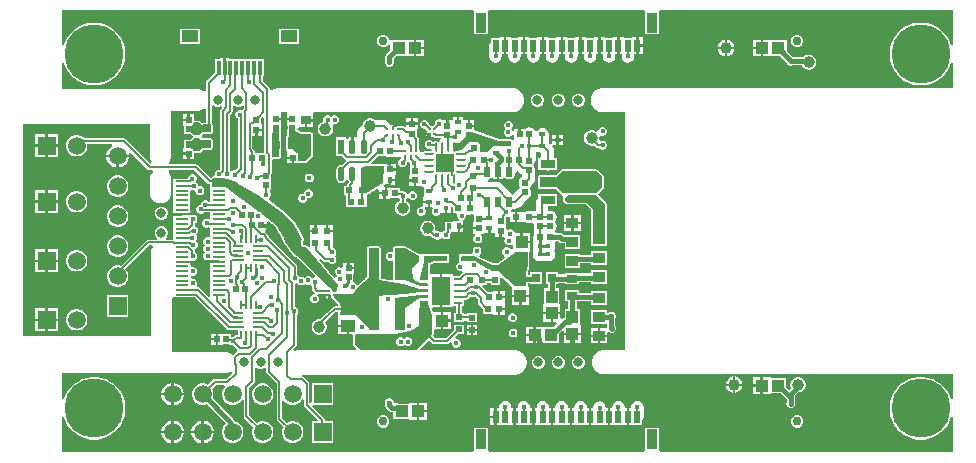
<source format=gbl>
G04*
G04 #@! TF.GenerationSoftware,Altium Limited,Altium Designer,24.6.1 (21)*
G04*
G04 Layer_Physical_Order=6*
G04 Layer_Color=16711680*
%FSLAX44Y44*%
%MOMM*%
G71*
G04*
G04 #@! TF.SameCoordinates,E18C277C-CF0C-426E-95C7-D1DF2096CF1D*
G04*
G04*
G04 #@! TF.FilePolarity,Positive*
G04*
G01*
G75*
%ADD11C,0.1524*%
%ADD22C,1.0000*%
%ADD23R,0.5200X0.5600*%
%ADD24R,0.5000X0.4000*%
%ADD27R,0.4000X0.5000*%
%ADD33R,0.5725X0.5682*%
%ADD37C,0.2260*%
%ADD38R,0.5600X0.5200*%
G04:AMPARAMS|DCode=40|XSize=0.55mm|YSize=0.8mm|CornerRadius=0.0495mm|HoleSize=0mm|Usage=FLASHONLY|Rotation=0.000|XOffset=0mm|YOffset=0mm|HoleType=Round|Shape=RoundedRectangle|*
%AMROUNDEDRECTD40*
21,1,0.5500,0.7010,0,0,0.0*
21,1,0.4510,0.8000,0,0,0.0*
1,1,0.0990,0.2255,-0.3505*
1,1,0.0990,-0.2255,-0.3505*
1,1,0.0990,-0.2255,0.3505*
1,1,0.0990,0.2255,0.3505*
%
%ADD40ROUNDEDRECTD40*%
%ADD41R,0.6000X0.4000*%
%ADD43R,0.6153X0.5725*%
%ADD44R,0.4682X0.4725*%
%ADD46R,0.4725X0.4682*%
%ADD47R,1.1051X1.0062*%
%ADD48R,0.6500X0.7000*%
%ADD49R,1.0062X1.1051*%
%ADD53R,1.0000X0.9000*%
%ADD58R,0.5682X0.5725*%
%ADD62R,0.5153X0.4725*%
%ADD67R,0.9000X0.7500*%
%ADD68R,0.5725X0.6153*%
%ADD103C,0.2030*%
%ADD104C,0.2400*%
%ADD105C,0.4000*%
%ADD106C,0.2032*%
%ADD107C,5.0000*%
%ADD108C,0.8000*%
%ADD109R,1.5200X1.5200*%
%ADD110C,1.5200*%
%ADD111R,1.5200X1.5200*%
%ADD112C,0.7600*%
%ADD113C,0.4500*%
%ADD115R,0.5334X1.0414*%
%ADD116R,0.9398X1.6510*%
%ADD117R,0.3000X1.2000*%
%ADD118R,1.4000X1.0000*%
%ADD119R,1.1064X0.4156*%
%ADD120R,0.7000X0.2500*%
%ADD121R,1.6500X2.3800*%
%ADD122R,0.4750X0.5000*%
%ADD123R,0.5000X0.4750*%
%ADD124R,0.6000X0.6000*%
G04:AMPARAMS|DCode=125|XSize=0.75mm|YSize=0.22mm|CornerRadius=0.0066mm|HoleSize=0mm|Usage=FLASHONLY|Rotation=90.000|XOffset=0mm|YOffset=0mm|HoleType=Round|Shape=RoundedRectangle|*
%AMROUNDEDRECTD125*
21,1,0.7500,0.2068,0,0,90.0*
21,1,0.7368,0.2200,0,0,90.0*
1,1,0.0132,0.1034,0.3684*
1,1,0.0132,0.1034,-0.3684*
1,1,0.0132,-0.1034,-0.3684*
1,1,0.0132,-0.1034,0.3684*
%
%ADD125ROUNDEDRECTD125*%
G04:AMPARAMS|DCode=126|XSize=0.81mm|YSize=0.22mm|CornerRadius=0.0066mm|HoleSize=0mm|Usage=FLASHONLY|Rotation=180.000|XOffset=0mm|YOffset=0mm|HoleType=Round|Shape=RoundedRectangle|*
%AMROUNDEDRECTD126*
21,1,0.8100,0.2068,0,0,180.0*
21,1,0.7968,0.2200,0,0,180.0*
1,1,0.0132,-0.3984,0.1034*
1,1,0.0132,0.3984,0.1034*
1,1,0.0132,0.3984,-0.1034*
1,1,0.0132,-0.3984,-0.1034*
%
%ADD126ROUNDEDRECTD126*%
G04:AMPARAMS|DCode=127|XSize=0.91mm|YSize=0.22mm|CornerRadius=0.0066mm|HoleSize=0mm|Usage=FLASHONLY|Rotation=0.000|XOffset=0mm|YOffset=0mm|HoleType=Round|Shape=RoundedRectangle|*
%AMROUNDEDRECTD127*
21,1,0.9100,0.2068,0,0,0.0*
21,1,0.8968,0.2200,0,0,0.0*
1,1,0.0132,0.4484,-0.1034*
1,1,0.0132,-0.4484,-0.1034*
1,1,0.0132,-0.4484,0.1034*
1,1,0.0132,0.4484,0.1034*
%
%ADD127ROUNDEDRECTD127*%
%ADD128R,0.4725X0.5153*%
G04:AMPARAMS|DCode=129|XSize=1.2397mm|YSize=0.5258mm|CornerRadius=0.2629mm|HoleSize=0mm|Usage=FLASHONLY|Rotation=270.000|XOffset=0mm|YOffset=0mm|HoleType=Round|Shape=RoundedRectangle|*
%AMROUNDEDRECTD129*
21,1,1.2397,0.0000,0,0,270.0*
21,1,0.7139,0.5258,0,0,270.0*
1,1,0.5258,0.0000,-0.3569*
1,1,0.5258,0.0000,0.3569*
1,1,0.5258,0.0000,0.3569*
1,1,0.5258,0.0000,-0.3569*
%
%ADD129ROUNDEDRECTD129*%
%ADD130R,0.5258X1.2397*%
%ADD131R,0.4000X0.3500*%
%ADD132R,0.5100X0.4000*%
%ADD133R,0.1000X0.1000*%
%AMCUSTOMSHAPE134*
4,1,10,2.1273,0.9525,-0.7176,0.9525,-1.2129,0.4572,-2.6226,0.4572,-2.6226,-0.4572,-1.2129,-0.4572,-0.7176,-0.9525,2.1273,-0.9525,2.6226,-0.4572,2.6226,0.4572,2.1273,0.9525,0.0*%
%ADD134CUSTOMSHAPE134*%

%ADD135R,1.3000X0.7112*%
%ADD136R,0.6000X0.5000*%
%ADD137R,0.9000X0.6500*%
%ADD138R,0.8000X2.7000*%
%ADD139R,1.3082X1.0057*%
%ADD140R,1.1318X0.1524*%
%ADD141R,0.7000X0.6500*%
%ADD142R,0.3627X0.4541*%
%ADD143R,0.4541X0.3627*%
%ADD144R,0.5000X0.4750*%
G04:AMPARAMS|DCode=145|XSize=0.806mm|YSize=0.2393mm|CornerRadius=0.1196mm|HoleSize=0mm|Usage=FLASHONLY|Rotation=180.000|XOffset=0mm|YOffset=0mm|HoleType=Round|Shape=RoundedRectangle|*
%AMROUNDEDRECTD145*
21,1,0.8060,0.0000,0,0,180.0*
21,1,0.5667,0.2393,0,0,180.0*
1,1,0.2393,-0.2834,0.0000*
1,1,0.2393,0.2834,0.0000*
1,1,0.2393,0.2834,0.0000*
1,1,0.2393,-0.2834,0.0000*
%
%ADD145ROUNDEDRECTD145*%
G04:AMPARAMS|DCode=146|XSize=0.2393mm|YSize=0.806mm|CornerRadius=0.1196mm|HoleSize=0mm|Usage=FLASHONLY|Rotation=180.000|XOffset=0mm|YOffset=0mm|HoleType=Round|Shape=RoundedRectangle|*
%AMROUNDEDRECTD146*
21,1,0.2393,0.5667,0,0,180.0*
21,1,0.0000,0.8060,0,0,180.0*
1,1,0.2393,0.0000,0.2834*
1,1,0.2393,0.0000,0.2834*
1,1,0.2393,0.0000,-0.2834*
1,1,0.2393,0.0000,-0.2834*
%
%ADD146ROUNDEDRECTD146*%
%ADD147R,1.5000X1.5000*%
%ADD148R,0.8060X0.2393*%
%ADD149R,0.4750X0.5000*%
G36*
X346941Y157771D02*
X345417Y157529D01*
X344558Y160173D01*
X342665Y163889D01*
X340213Y167264D01*
X337264Y170213D01*
X333889Y172665D01*
X330173Y174559D01*
X326205Y175847D01*
X322086Y176500D01*
X317914D01*
X313795Y175847D01*
X309827Y174559D01*
X306111Y172665D01*
X302736Y170213D01*
X299787Y167264D01*
X297335Y163889D01*
X295441Y160173D01*
X294153Y156205D01*
X293500Y152086D01*
Y147914D01*
X294153Y143795D01*
X295441Y139827D01*
X297335Y136111D01*
X299787Y132736D01*
X302736Y129787D01*
X306111Y127335D01*
X309827Y125442D01*
X313795Y124152D01*
X317914Y123500D01*
X322086D01*
X326205Y124152D01*
X330173Y125442D01*
X333889Y127335D01*
X337264Y129787D01*
X340213Y132736D01*
X342665Y136111D01*
X344558Y139827D01*
X345417Y142471D01*
X346941Y142229D01*
Y121328D01*
X50774D01*
X50774Y121328D01*
X49817Y121328D01*
X49424Y121250D01*
X49025Y121224D01*
X47176Y120729D01*
X46817Y120552D01*
X46438Y120423D01*
X44780Y119466D01*
X44479Y119203D01*
X44147Y118981D01*
X42793Y117627D01*
X42570Y117295D01*
X42307Y116994D01*
X41349Y115337D01*
X41220Y114958D01*
X41043Y114599D01*
X40546Y112750D01*
X40520Y112351D01*
X40442Y111959D01*
X40441Y110045D01*
X40518Y109652D01*
X40544Y109253D01*
X41038Y107404D01*
X41215Y107045D01*
X41343Y106666D01*
X42299Y105007D01*
X42563Y104706D01*
X42785Y104374D01*
X44137Y103019D01*
X44469Y102796D01*
X44770Y102532D01*
X46427Y101573D01*
X46806Y101444D01*
X47164Y101267D01*
X49013Y100769D01*
X49412Y100743D01*
X49804Y100664D01*
X50761Y100663D01*
X50763Y100663D01*
X50765Y100663D01*
X69441D01*
Y-100667D01*
X52000D01*
X52000Y-100667D01*
X51042Y-100667D01*
X50650Y-100745D01*
X50251Y-100772D01*
X48401Y-101267D01*
X48042Y-101444D01*
X47663Y-101573D01*
X46004Y-102530D01*
X45704Y-102794D01*
X45371Y-103017D01*
X44017Y-104371D01*
X43794Y-104704D01*
X43531Y-105004D01*
X42573Y-106663D01*
X42444Y-107042D01*
X42267Y-107401D01*
X41772Y-109251D01*
X41745Y-109650D01*
X41667Y-110042D01*
Y-111958D01*
X41745Y-112350D01*
X41772Y-112749D01*
X42267Y-114599D01*
X42444Y-114958D01*
X42573Y-115337D01*
X43531Y-116996D01*
X43794Y-117296D01*
X44017Y-117629D01*
X45371Y-118983D01*
X45704Y-119206D01*
X46004Y-119469D01*
X47663Y-120427D01*
X48042Y-120556D01*
X48401Y-120733D01*
X50251Y-121228D01*
X50650Y-121255D01*
X51042Y-121333D01*
X52000Y-121333D01*
X301524Y-121333D01*
X346941D01*
Y-142229D01*
X345417Y-142471D01*
X344558Y-139827D01*
X342665Y-136111D01*
X340213Y-132736D01*
X337264Y-129787D01*
X333889Y-127335D01*
X330173Y-125442D01*
X326205Y-124152D01*
X322086Y-123500D01*
X317914D01*
X313795Y-124152D01*
X309827Y-125442D01*
X306111Y-127335D01*
X302736Y-129787D01*
X299787Y-132736D01*
X297335Y-136111D01*
X295441Y-139827D01*
X294153Y-143795D01*
X293500Y-147914D01*
Y-152086D01*
X294153Y-156205D01*
X295441Y-160173D01*
X297335Y-163889D01*
X299787Y-167264D01*
X302736Y-170213D01*
X306111Y-172665D01*
X309827Y-174559D01*
X313795Y-175847D01*
X317914Y-176500D01*
X322086D01*
X326205Y-175847D01*
X330173Y-174559D01*
X333889Y-172665D01*
X337264Y-170213D01*
X340213Y-167264D01*
X342665Y-163889D01*
X344558Y-160173D01*
X345417Y-157529D01*
X346941Y-157771D01*
Y-186941D01*
X99873D01*
X98699Y-186096D01*
X98699Y-185417D01*
Y-166586D01*
X86301D01*
Y-185417D01*
X86301Y-186096D01*
X85127Y-186941D01*
X-45127D01*
X-46301Y-186096D01*
X-46301Y-185417D01*
Y-166586D01*
X-58699D01*
Y-185417D01*
X-58699Y-186096D01*
X-59873Y-186941D01*
X-406941D01*
Y-157771D01*
X-405417Y-157529D01*
X-404558Y-160173D01*
X-402665Y-163889D01*
X-400213Y-167264D01*
X-397264Y-170213D01*
X-393889Y-172665D01*
X-390173Y-174559D01*
X-386205Y-175847D01*
X-382086Y-176500D01*
X-377914D01*
X-373795Y-175847D01*
X-369827Y-174559D01*
X-366111Y-172665D01*
X-362736Y-170213D01*
X-359787Y-167264D01*
X-357335Y-163889D01*
X-355442Y-160173D01*
X-354152Y-156205D01*
X-353500Y-152086D01*
Y-147914D01*
X-354152Y-143795D01*
X-355442Y-139827D01*
X-357335Y-136111D01*
X-359787Y-132736D01*
X-362736Y-129787D01*
X-366111Y-127335D01*
X-369827Y-125442D01*
X-373795Y-124152D01*
X-377914Y-123500D01*
X-382086D01*
X-386205Y-124152D01*
X-390173Y-125442D01*
X-393889Y-127335D01*
X-397264Y-129787D01*
X-400213Y-132736D01*
X-402665Y-136111D01*
X-404558Y-139827D01*
X-405417Y-142471D01*
X-406941Y-142229D01*
Y-120059D01*
X-328001D01*
X-328000Y-120059D01*
X-328000Y-120059D01*
X-269676Y-120059D01*
X-269676Y-120059D01*
X-268483Y-120059D01*
X-267312Y-119826D01*
X-265199Y-118951D01*
X-265074Y-118927D01*
X-263458Y-119644D01*
X-263328Y-120170D01*
X-263339Y-120213D01*
X-268447Y-125321D01*
X-277985D01*
X-278966Y-125516D01*
X-279798Y-126072D01*
X-283737Y-130011D01*
X-284587Y-129520D01*
X-286902Y-128900D01*
X-289298D01*
X-291612Y-129520D01*
X-293687Y-130718D01*
X-295381Y-132413D01*
X-296579Y-134487D01*
X-297200Y-136802D01*
Y-139198D01*
X-296579Y-141512D01*
X-295381Y-143588D01*
X-293687Y-145282D01*
X-291612Y-146480D01*
X-289298Y-147100D01*
X-286902D01*
X-284650Y-146497D01*
X-268411Y-162735D01*
Y-162842D01*
X-269981Y-164412D01*
X-271179Y-166488D01*
X-271800Y-168802D01*
Y-171198D01*
X-271179Y-173512D01*
X-269981Y-175588D01*
X-268287Y-177282D01*
X-266212Y-178480D01*
X-263898Y-179100D01*
X-261502D01*
X-259187Y-178480D01*
X-257112Y-177282D01*
X-255418Y-175588D01*
X-254220Y-173512D01*
X-253600Y-171198D01*
Y-168802D01*
X-254220Y-166488D01*
X-255418Y-164412D01*
X-257112Y-162718D01*
X-259187Y-161520D01*
X-261336Y-160944D01*
X-261546Y-159891D01*
X-262319Y-158734D01*
X-279603Y-141450D01*
X-279000Y-139198D01*
Y-136802D01*
X-279620Y-134487D01*
X-280111Y-133637D01*
X-276922Y-130449D01*
X-270173D01*
X-269542Y-131973D01*
X-269981Y-132413D01*
X-271179Y-134487D01*
X-271800Y-136802D01*
Y-139198D01*
X-271179Y-141512D01*
X-269981Y-143588D01*
X-268287Y-145282D01*
X-266212Y-146480D01*
X-263898Y-147100D01*
X-261502D01*
X-259187Y-146480D01*
X-257112Y-145282D01*
X-255418Y-143588D01*
X-254830Y-142570D01*
X-253306Y-142978D01*
Y-156300D01*
X-253131Y-157182D01*
X-252631Y-157930D01*
X-245155Y-165406D01*
X-245779Y-166488D01*
X-246400Y-168802D01*
Y-171198D01*
X-245779Y-173512D01*
X-244581Y-175588D01*
X-242887Y-177282D01*
X-240812Y-178480D01*
X-238498Y-179100D01*
X-236102D01*
X-233787Y-178480D01*
X-231712Y-177282D01*
X-230018Y-175588D01*
X-228820Y-173512D01*
X-228200Y-171198D01*
Y-168802D01*
X-228820Y-166488D01*
X-230018Y-164412D01*
X-231712Y-162718D01*
X-233787Y-161520D01*
X-236102Y-160900D01*
X-238498D01*
X-240812Y-161520D01*
X-241894Y-162145D01*
X-248694Y-155344D01*
Y-132955D01*
X-244361Y-128622D01*
X-243860Y-127874D01*
X-243685Y-126991D01*
Y-116249D01*
X-242161Y-115617D01*
X-242115Y-115663D01*
X-240094Y-116500D01*
X-237906D01*
X-235884Y-115663D01*
X-235556Y-115334D01*
X-234032Y-115965D01*
Y-119298D01*
X-233856Y-120181D01*
X-233356Y-120929D01*
X-225306Y-128979D01*
Y-158901D01*
X-225131Y-159784D01*
X-224631Y-160532D01*
X-219756Y-165407D01*
X-220380Y-166488D01*
X-221000Y-168803D01*
Y-171199D01*
X-220380Y-173513D01*
X-219182Y-175588D01*
X-217488Y-177283D01*
X-215413Y-178481D01*
X-213099Y-179101D01*
X-210702D01*
X-208388Y-178481D01*
X-206313Y-177283D01*
X-204619Y-175588D01*
X-203421Y-173513D01*
X-202800Y-171199D01*
Y-168803D01*
X-203421Y-166488D01*
X-204619Y-164413D01*
X-206313Y-162719D01*
X-208388Y-161521D01*
X-210702Y-160901D01*
X-213099D01*
X-215413Y-161521D01*
X-216494Y-162145D01*
X-220694Y-157946D01*
Y-144018D01*
X-219229Y-143602D01*
X-219170Y-143601D01*
X-217488Y-145283D01*
X-215413Y-146481D01*
X-213099Y-147101D01*
X-210702D01*
X-208388Y-146481D01*
X-206313Y-145283D01*
X-204619Y-143588D01*
X-203830Y-142223D01*
X-202306Y-142631D01*
Y-147000D01*
X-202131Y-147883D01*
X-201631Y-148631D01*
X-190769Y-159493D01*
X-191352Y-160901D01*
X-195600D01*
Y-179101D01*
X-177400D01*
Y-160901D01*
X-184694D01*
Y-160000D01*
X-184869Y-159117D01*
X-185369Y-158369D01*
X-195114Y-148625D01*
X-194482Y-147101D01*
X-177400D01*
Y-128901D01*
X-195600D01*
Y-144846D01*
X-197124Y-145618D01*
X-197694Y-145200D01*
Y-129000D01*
X-197869Y-128117D01*
X-198369Y-127369D01*
X-202119Y-123619D01*
X-202867Y-123119D01*
X-203750Y-122944D01*
X-203724Y-121430D01*
X-23884Y-121430D01*
X-23168D01*
X-22873Y-121371D01*
X-22572Y-121371D01*
X-21167Y-121092D01*
X-20889Y-120977D01*
X-20594Y-120919D01*
X-19271Y-120371D01*
X-19021Y-120204D01*
X-18743Y-120089D01*
X-17552Y-119294D01*
X-17339Y-119081D01*
X-17089Y-118914D01*
X-16076Y-117902D01*
X-15908Y-117652D01*
X-15695Y-117440D01*
X-14899Y-116250D01*
X-14783Y-115972D01*
X-14616Y-115722D01*
X-14067Y-114399D01*
X-14008Y-114104D01*
X-13892Y-113826D01*
X-13611Y-112422D01*
X-13611Y-112121D01*
X-13552Y-111826D01*
X-13551Y-111115D01*
X-13551Y-111115D01*
X-13551Y-111106D01*
X-13552Y-111102D01*
X-13551Y-111098D01*
Y-110381D01*
X-13610Y-110086D01*
Y-109784D01*
X-13889Y-108379D01*
X-14005Y-108101D01*
X-14064Y-107805D01*
X-14612Y-106482D01*
X-14779Y-106231D01*
X-14894Y-105953D01*
X-15690Y-104761D01*
X-15904Y-104549D01*
X-16071Y-104298D01*
X-17084Y-103285D01*
X-17335Y-103117D01*
X-17548Y-102905D01*
X-18739Y-102108D01*
X-19017Y-101993D01*
X-19268Y-101826D01*
X-20591Y-101277D01*
X-20887Y-101219D01*
X-21165Y-101103D01*
X-22571Y-100824D01*
X-22872D01*
X-23167Y-100765D01*
X-23884D01*
X-103478Y-100765D01*
X-104061Y-99357D01*
X-96665Y-91961D01*
X-93813Y-94813D01*
X-92981Y-95369D01*
X-92000Y-95564D01*
X-81026D01*
X-80045Y-95369D01*
X-79213Y-94813D01*
X-78432Y-94032D01*
X-77000Y-94755D01*
Y-95746D01*
X-76429Y-97124D01*
X-75374Y-98179D01*
X-73996Y-98750D01*
X-72504D01*
X-71126Y-98179D01*
X-70071Y-97124D01*
X-69500Y-95746D01*
Y-94254D01*
X-70071Y-92876D01*
X-71126Y-91821D01*
X-72504Y-91250D01*
X-73495D01*
X-74218Y-89818D01*
X-71374Y-86973D01*
X-67000D01*
Y-79223D01*
X-75000D01*
Y-83347D01*
X-82089Y-90436D01*
X-90938D01*
X-92042Y-89332D01*
X-92753Y-88049D01*
X-92520Y-87478D01*
X-92283Y-86907D01*
X-92285Y-86903D01*
X-92283Y-86899D01*
X-92298Y-83840D01*
X-91222Y-82760D01*
X-86494D01*
Y-75729D01*
Y-68698D01*
X-92953D01*
X-93987Y-65616D01*
X-93097Y-64378D01*
X-87250D01*
Y-50479D01*
Y-36579D01*
X-95378D01*
Y-29575D01*
X-95137Y-28456D01*
X-94181Y-27822D01*
X-91905Y-26932D01*
X-81188D01*
X-80886Y-26806D01*
X-79648D01*
Y-25509D01*
X-79565Y-25308D01*
Y-21168D01*
X-79648Y-20967D01*
Y-19650D01*
X-80932D01*
X-81188Y-19544D01*
X-92186D01*
X-92197Y-19548D01*
X-92207Y-19544D01*
X-97021Y-19607D01*
X-101006D01*
X-101023Y-19614D01*
X-102500Y-19728D01*
X-104451Y-19728D01*
X-115500Y-13532D01*
Y-13000D01*
X-116816D01*
X-117030Y-12911D01*
X-124928D01*
X-125142Y-13000D01*
X-126500D01*
Y-14372D01*
X-126550Y-14483D01*
X-126598Y-15987D01*
X-126588Y-16013D01*
X-126599Y-16039D01*
Y-16640D01*
X-128123Y-17658D01*
X-128504Y-17500D01*
X-129996D01*
X-131374Y-18071D01*
X-132429Y-19126D01*
X-133000Y-20504D01*
Y-21996D01*
X-132429Y-23374D01*
X-131374Y-24429D01*
X-129996Y-25000D01*
X-128504D01*
X-128123Y-24842D01*
X-126599Y-25860D01*
Y-40434D01*
X-128015Y-41734D01*
X-137361Y-40103D01*
Y-14499D01*
X-137500Y-14162D01*
Y-13000D01*
X-138683D01*
X-138984Y-12875D01*
X-146967D01*
X-147268Y-13000D01*
X-148500D01*
Y-14234D01*
X-148624Y-14532D01*
Y-37827D01*
X-150078Y-39282D01*
X-150201Y-39580D01*
X-150430Y-39808D01*
X-150697Y-40455D01*
X-151295Y-41053D01*
X-151942Y-41320D01*
X-152170Y-41549D01*
X-152468Y-41672D01*
X-156295Y-45499D01*
X-157790Y-45202D01*
X-157821Y-45126D01*
X-158876Y-44071D01*
X-159131Y-43965D01*
X-159382Y-43844D01*
X-160400Y-42855D01*
X-160400D01*
Y-36250D01*
X-159900D01*
Y-32450D01*
X-164500D01*
Y-31450D01*
X-165500D01*
Y-26650D01*
X-169100D01*
Y-30106D01*
X-170624Y-30865D01*
X-171504Y-30500D01*
X-172996D01*
X-174374Y-31071D01*
X-175429Y-32126D01*
X-176000Y-33504D01*
Y-34996D01*
X-175429Y-36374D01*
X-174374Y-37429D01*
X-174328Y-37660D01*
X-175248Y-39031D01*
X-176658Y-39289D01*
X-189172Y-24599D01*
X-188051Y-23564D01*
X-186275Y-25341D01*
X-185443Y-25896D01*
X-184461Y-26092D01*
X-181693D01*
X-181679Y-26124D01*
X-180624Y-27179D01*
X-179246Y-27750D01*
X-177754D01*
X-176376Y-27179D01*
X-175321Y-26124D01*
X-174750Y-24746D01*
Y-23254D01*
X-175321Y-21876D01*
X-176197Y-21000D01*
X-175321Y-20124D01*
X-174750Y-18746D01*
Y-17254D01*
X-175321Y-15876D01*
X-176376Y-14821D01*
X-177754Y-14250D01*
X-178000Y-12745D01*
X-178000Y-6067D01*
X-177500Y-4750D01*
X-177500Y-4433D01*
Y-750D01*
X-182500D01*
Y250D01*
X-183500D01*
Y5250D01*
X-185976D01*
X-187500Y5250D01*
X-189024Y5250D01*
X-191500D01*
Y250D01*
X-192500D01*
Y-750D01*
X-197500D01*
Y-4433D01*
X-197500Y-4750D01*
X-197000Y-6067D01*
X-197000Y-6274D01*
Y-13059D01*
X-198524Y-13620D01*
X-199264Y-12751D01*
X-199335Y-12715D01*
X-199401Y-12556D01*
X-199742Y-12414D01*
X-200019Y-12169D01*
X-200294Y-12186D01*
X-200548Y-12080D01*
X-201623D01*
X-202404Y-11757D01*
X-203002Y-11159D01*
X-203326Y-10377D01*
Y-9531D01*
X-203002Y-8750D01*
X-202579Y-8327D01*
X-202438Y-7985D01*
X-202192Y-7708D01*
X-202209Y-7433D01*
X-202104Y-7179D01*
X-202245Y-6837D01*
X-202268Y-6467D01*
X-204790Y-1289D01*
X-204835Y-1250D01*
X-204842Y-1191D01*
X-209842Y7505D01*
X-210056Y7670D01*
X-210173Y7911D01*
X-220982Y17489D01*
X-221042Y17509D01*
X-221073Y17564D01*
X-232173Y26048D01*
X-231945Y27792D01*
X-231876Y27821D01*
X-230821Y28876D01*
X-230250Y30254D01*
Y31746D01*
X-230821Y33124D01*
X-231310Y33614D01*
X-230768Y35138D01*
X-230138D01*
Y42819D01*
X-230138D01*
Y43181D01*
X-230138D01*
Y47716D01*
X-229869Y48117D01*
X-229694Y49000D01*
Y59721D01*
X-228500Y60876D01*
X-223750D01*
X-223638Y60923D01*
X-223520Y60893D01*
X-223078Y61155D01*
X-222602Y61352D01*
X-222556Y61464D01*
X-222451Y61526D01*
X-221701Y62526D01*
X-221573Y63025D01*
X-221376Y63500D01*
Y76376D01*
X-221396Y76423D01*
X-221379Y76471D01*
X-222099Y88685D01*
X-221888Y90209D01*
X-221888D01*
X-221888Y90209D01*
Y93786D01*
X-226250D01*
Y95786D01*
X-221888D01*
Y99362D01*
X-221888D01*
X-221359Y100667D01*
X-216891D01*
X-216362Y99143D01*
Y95786D01*
X-212000D01*
Y93786D01*
X-216362D01*
Y90209D01*
X-216362D01*
X-216047Y88685D01*
X-217410Y78000D01*
X-217500D01*
X-217587Y76515D01*
X-217587Y76512D01*
Y69427D01*
X-217500Y69218D01*
Y68000D01*
X-216899D01*
X-216600Y66600D01*
X-216600Y66600D01*
X-216600Y66600D01*
Y63000D01*
X-211800D01*
Y62000D01*
X-210800D01*
Y57400D01*
X-207000D01*
Y57787D01*
X-206984Y57797D01*
X-201197D01*
X-200949Y57900D01*
X-199900D01*
Y58421D01*
X-195018Y63303D01*
X-194543Y64451D01*
Y82068D01*
X-194750Y82569D01*
Y83500D01*
X-195704D01*
X-196166Y83692D01*
X-204662D01*
X-207553Y85302D01*
X-207821Y86712D01*
X-206878Y88000D01*
X-206433Y88000D01*
X-201750D01*
Y93750D01*
X-200750D01*
Y94750D01*
X-194250D01*
Y99143D01*
X-194250Y99500D01*
X-193389Y100667D01*
X-26250Y100667D01*
X-25534D01*
X-25238Y100726D01*
X-24937D01*
X-23532Y101006D01*
X-23253Y101121D01*
X-22958Y101180D01*
X-21634Y101728D01*
X-21384Y101896D01*
X-21105Y102011D01*
X-19914Y102807D01*
X-19701Y103020D01*
X-19450Y103187D01*
X-18437Y104200D01*
X-18270Y104451D01*
X-18057Y104664D01*
X-17261Y105855D01*
X-17146Y106133D01*
X-16978Y106384D01*
X-16430Y107708D01*
X-16371Y108003D01*
X-16256Y108281D01*
X-15976Y109687D01*
Y109988D01*
X-15917Y110284D01*
Y111716D01*
X-15976Y112012D01*
Y112313D01*
X-16256Y113719D01*
X-16371Y113997D01*
X-16430Y114292D01*
X-16978Y115616D01*
X-17146Y115866D01*
X-17261Y116145D01*
X-18057Y117336D01*
X-18270Y117549D01*
X-18437Y117800D01*
X-19450Y118813D01*
X-19701Y118980D01*
X-19914Y119193D01*
X-21105Y119989D01*
X-21384Y120105D01*
X-21634Y120272D01*
X-22958Y120820D01*
X-23253Y120879D01*
X-23532Y120994D01*
X-24937Y121274D01*
X-25238D01*
X-25534Y121333D01*
X-26250D01*
X-26254Y121332D01*
X-26258Y121333D01*
X-223333Y121333D01*
X-224290Y121333D01*
X-224682Y121255D01*
X-225081Y121228D01*
X-226930Y120733D01*
X-227289Y120556D01*
X-227668Y120428D01*
X-229326Y119472D01*
X-229626Y119208D01*
X-229671Y119178D01*
X-231194Y119671D01*
Y120501D01*
X-231370Y121383D01*
X-231870Y122132D01*
X-237194Y127455D01*
Y131000D01*
X-236500D01*
Y146000D01*
X-266000D01*
Y146500D01*
X-268500D01*
Y138500D01*
X-270500D01*
Y146500D01*
X-273000D01*
Y146000D01*
X-277500D01*
Y134626D01*
X-284529Y127597D01*
X-285085Y126765D01*
X-285280Y125784D01*
Y119050D01*
X-286804Y118494D01*
X-287431Y118912D01*
X-289636Y119826D01*
X-290807Y120059D01*
X-292000D01*
X-329188Y120059D01*
X-329189Y120059D01*
X-406941D01*
Y142229D01*
X-405417Y142471D01*
X-404558Y139827D01*
X-402665Y136111D01*
X-400213Y132736D01*
X-397264Y129787D01*
X-393889Y127335D01*
X-390173Y125442D01*
X-386205Y124152D01*
X-382086Y123500D01*
X-377914D01*
X-373795Y124152D01*
X-369827Y125442D01*
X-366111Y127335D01*
X-362736Y129787D01*
X-359787Y132736D01*
X-357335Y136111D01*
X-355442Y139827D01*
X-354152Y143795D01*
X-353500Y147914D01*
Y152086D01*
X-354152Y156205D01*
X-355442Y160173D01*
X-357335Y163889D01*
X-359787Y167264D01*
X-362736Y170213D01*
X-366111Y172665D01*
X-369827Y174559D01*
X-373795Y175847D01*
X-377914Y176500D01*
X-382086D01*
X-386205Y175847D01*
X-390173Y174559D01*
X-393889Y172665D01*
X-397264Y170213D01*
X-400213Y167264D01*
X-402665Y163889D01*
X-404558Y160173D01*
X-405417Y157529D01*
X-406941Y157771D01*
Y186941D01*
X-59873D01*
X-58699Y186096D01*
X-58699Y185417D01*
Y166586D01*
X-46301D01*
Y185417D01*
X-46301Y186096D01*
X-45127Y186941D01*
X85127D01*
X86301Y186096D01*
X86301Y185417D01*
Y166586D01*
X98699D01*
Y185417D01*
X98699Y186096D01*
X99873Y186941D01*
X346941D01*
Y157771D01*
D02*
G37*
G36*
X-260865Y106337D02*
X-258844Y105500D01*
X-256656D01*
X-254818Y106261D01*
X-253294Y105686D01*
Y103943D01*
X-253619Y103619D01*
X-254119Y102871D01*
X-255747Y102497D01*
X-255754Y102500D01*
X-257246D01*
X-258624Y101929D01*
X-259679Y100874D01*
X-260250Y99496D01*
Y98004D01*
X-259679Y96626D01*
X-258624Y95571D01*
X-258237Y95410D01*
Y53692D01*
X-260522Y51407D01*
X-261757D01*
X-263135Y50836D01*
X-263963Y50548D01*
X-264377Y50763D01*
X-265239Y51630D01*
Y98213D01*
X-263369Y100083D01*
X-262869Y100831D01*
X-262694Y101714D01*
Y106010D01*
X-261170Y106642D01*
X-260865Y106337D01*
D02*
G37*
G36*
X-278365D02*
X-276344Y105500D01*
X-274156D01*
X-273477Y105781D01*
X-271738Y104852D01*
X-271684Y104578D01*
X-272631Y103631D01*
X-273131Y102883D01*
X-273306Y102000D01*
Y52303D01*
X-273438Y52171D01*
X-274673D01*
X-276051Y51600D01*
X-277106Y50545D01*
X-277677Y49167D01*
Y48100D01*
X-278705Y46668D01*
X-278876Y46589D01*
X-279417Y46372D01*
X-279988Y46149D01*
X-279992Y46140D01*
X-280000Y46137D01*
X-281089Y45071D01*
X-282270Y45885D01*
X-292198Y55813D01*
X-293030Y56369D01*
X-294011Y56564D01*
X-316013D01*
X-316644Y58088D01*
X-316277Y58456D01*
X-315614Y59448D01*
X-314705Y61642D01*
X-314472Y62813D01*
Y63844D01*
X-314441Y64000D01*
Y101941D01*
X-290807D01*
X-289636Y102174D01*
X-287431Y103088D01*
X-286804Y103506D01*
X-286615Y103471D01*
X-285574Y103064D01*
X-285280Y102831D01*
Y91874D01*
X-288657D01*
X-289932Y93148D01*
X-291080Y93624D01*
X-295130D01*
X-295638Y93963D01*
Y98862D01*
X-299000D01*
Y94286D01*
X-300000D01*
Y93286D01*
X-304362D01*
Y89709D01*
X-304362D01*
X-303941Y89288D01*
Y84165D01*
X-303862Y83977D01*
Y82638D01*
X-302548D01*
X-302317Y82542D01*
X-298588D01*
X-297057Y81011D01*
X-296347Y79865D01*
X-297057Y79020D01*
X-298512Y77566D01*
X-302314D01*
X-302806Y77362D01*
X-303862D01*
Y76153D01*
X-303958Y75922D01*
Y70749D01*
X-304362Y70291D01*
X-304362D01*
Y66714D01*
X-300000D01*
Y65714D01*
X-299000D01*
Y61138D01*
X-295638D01*
Y65846D01*
X-295017Y66260D01*
X-290866D01*
X-290324Y66485D01*
X-289773Y66684D01*
X-287630Y68635D01*
X-281267D01*
X-280991Y68750D01*
X-279750D01*
Y70003D01*
X-279644Y70259D01*
Y76884D01*
X-279750Y77140D01*
Y78250D01*
X-280646D01*
X-281267Y78508D01*
X-287563D01*
X-288482Y79480D01*
X-288393Y81245D01*
X-287389Y82126D01*
X-281250D01*
X-280952Y82250D01*
X-279750D01*
Y83452D01*
X-279626Y83750D01*
Y90250D01*
X-279750Y90548D01*
Y91750D01*
X-280152D01*
Y105968D01*
X-278628Y106600D01*
X-278365Y106337D01*
D02*
G37*
G36*
X-289330Y90250D02*
X-281250D01*
Y83750D01*
X-288000D01*
X-290849Y81250D01*
X-295000D01*
X-297915Y84165D01*
X-302317D01*
Y89288D01*
X-302297Y89308D01*
X-297822D01*
X-296921Y90209D01*
X-296138D01*
Y90992D01*
X-295130Y92000D01*
X-291080D01*
X-289330Y90250D01*
D02*
G37*
G36*
X-289347Y76884D02*
X-281267D01*
Y70259D01*
X-288259D01*
X-290866Y67884D01*
X-295017D01*
X-296138Y69004D01*
Y69791D01*
X-296924D01*
X-297882Y70748D01*
X-302334D01*
Y75922D01*
X-302314Y75942D01*
X-297839D01*
X-295147Y78634D01*
X-291097D01*
X-289347Y76884D01*
D02*
G37*
G36*
X-235807Y96226D02*
Y66424D01*
X-236269Y65862D01*
X-241819D01*
Y65862D01*
X-242181D01*
Y65862D01*
X-243715D01*
Y67021D01*
X-243891Y67904D01*
X-244391Y68652D01*
X-245921Y70182D01*
Y80638D01*
X-244000D01*
Y85714D01*
X-243000D01*
Y86714D01*
X-238138D01*
Y90791D01*
X-238638D01*
Y95386D01*
X-237215Y96809D01*
X-235807Y96226D01*
D02*
G37*
G36*
X-223000Y76376D02*
Y63500D01*
X-223750Y62500D01*
X-228500D01*
X-229500Y63500D01*
Y76376D01*
X-229520Y76396D01*
X-229500Y76416D01*
X-228472Y89790D01*
X-223790D01*
X-223000Y76376D01*
D02*
G37*
G36*
X-209580Y88627D02*
Y84573D01*
X-205083Y82068D01*
X-196166D01*
Y64451D01*
X-201197Y59421D01*
X-206984D01*
Y64343D01*
X-206876Y64451D01*
X-207500Y65075D01*
Y66100D01*
X-208525D01*
X-211852Y69427D01*
X-215963D01*
Y76515D01*
X-214286Y89657D01*
X-210664Y89699D01*
X-209580Y88627D01*
D02*
G37*
G36*
X-332528Y62813D02*
X-332295Y61642D01*
X-331386Y59448D01*
X-331095Y59012D01*
X-331568Y57553D01*
X-331765Y57342D01*
X-332359Y57235D01*
X-352937Y77813D01*
X-353769Y78369D01*
X-354750Y78564D01*
X-387736D01*
X-387952Y78521D01*
X-389212Y79782D01*
X-391287Y80980D01*
X-393602Y81600D01*
X-395998D01*
X-398312Y80980D01*
X-400387Y79782D01*
X-402082Y78088D01*
X-403280Y76013D01*
X-403900Y73698D01*
Y71302D01*
X-403280Y68987D01*
X-402082Y66912D01*
X-400387Y65218D01*
X-398312Y64020D01*
X-395998Y63400D01*
X-393602D01*
X-391287Y64020D01*
X-389212Y65218D01*
X-387518Y66912D01*
X-386320Y68987D01*
X-385700Y71302D01*
Y73436D01*
X-365038D01*
X-364629Y71912D01*
X-365894Y71182D01*
X-367682Y69394D01*
X-368945Y67205D01*
X-369600Y64763D01*
Y64500D01*
X-360000D01*
X-350400D01*
Y64763D01*
X-350804Y66272D01*
X-349437Y67061D01*
X-334563Y52187D01*
X-333731Y51631D01*
X-332750Y51436D01*
X-330781D01*
X-330149Y49912D01*
X-330750Y49312D01*
X-331413Y48319D01*
X-332326Y46114D01*
X-332559Y44943D01*
Y43750D01*
X-332558Y43746D01*
X-332559Y43742D01*
X-332531Y32742D01*
X-332529Y32730D01*
Y31562D01*
X-332296Y30392D01*
X-331387Y28198D01*
X-330724Y27205D01*
X-329045Y25526D01*
X-328052Y24863D01*
X-325858Y23954D01*
X-324688Y23721D01*
X-322313D01*
X-321142Y23954D01*
X-318948Y24863D01*
X-317955Y25526D01*
X-316276Y27205D01*
X-315613Y28198D01*
X-314704Y30392D01*
X-314471Y31562D01*
Y32599D01*
X-314441Y32750D01*
X-314441Y44943D01*
X-314674Y46114D01*
X-315588Y48319D01*
X-316251Y49312D01*
X-316851Y49912D01*
X-316219Y51436D01*
X-295073D01*
X-284025Y40387D01*
X-283193Y39831D01*
X-282211Y39636D01*
X-281577D01*
Y37504D01*
X-281411Y37102D01*
Y25277D01*
X-282935Y24825D01*
X-283567Y25457D01*
X-284945Y26028D01*
X-286437D01*
X-287815Y25457D01*
X-288870Y24402D01*
X-289441Y23024D01*
Y22127D01*
X-290373D01*
X-291751Y21556D01*
X-292806Y20502D01*
X-293377Y19123D01*
Y17631D01*
X-292806Y16253D01*
X-291751Y15198D01*
X-290373Y14627D01*
X-288881D01*
X-287503Y15198D01*
X-286808Y15894D01*
X-281411D01*
Y10975D01*
X-281838Y10624D01*
X-282935Y10144D01*
X-283972Y10573D01*
X-285464D01*
X-286842Y10002D01*
X-287897Y8947D01*
X-288468Y7569D01*
Y6077D01*
X-287897Y4699D01*
X-286842Y3644D01*
X-285464Y3073D01*
X-283972D01*
X-282935Y3503D01*
X-281411Y2848D01*
Y-4252D01*
X-282915Y-5279D01*
X-284407D01*
X-285785Y-5850D01*
X-286840Y-6905D01*
X-287411Y-8283D01*
Y-9775D01*
X-286840Y-11153D01*
X-286009Y-11984D01*
X-286929Y-12904D01*
X-287500Y-14282D01*
Y-15774D01*
X-286929Y-17152D01*
X-286009Y-18073D01*
X-286840Y-18903D01*
X-287411Y-20282D01*
Y-21773D01*
X-286840Y-23152D01*
X-285785Y-24207D01*
X-284407Y-24778D01*
X-282915D01*
X-282881Y-24800D01*
X-274252D01*
Y-26800D01*
X-281911D01*
Y-28562D01*
X-281411D01*
Y-32062D01*
Y-44062D01*
Y-54922D01*
X-282935Y-55553D01*
X-290319Y-48169D01*
X-291068Y-47669D01*
X-291950Y-47494D01*
X-292412D01*
X-292811Y-46906D01*
X-293184Y-45970D01*
X-292712Y-44831D01*
Y-43339D01*
X-293283Y-41961D01*
X-294338Y-40906D01*
X-295716Y-40335D01*
X-296249D01*
X-297609Y-38977D01*
X-297581Y-38110D01*
X-297085Y-37772D01*
X-295593D01*
X-294215Y-37201D01*
X-293160Y-36146D01*
X-292589Y-34768D01*
Y-33276D01*
X-293160Y-31897D01*
X-294215Y-30843D01*
X-295593Y-30272D01*
X-297085D01*
X-297633Y-29897D01*
X-298089Y-28562D01*
X-298089Y-28562D01*
X-298089Y-28562D01*
Y-25617D01*
X-297065Y-24932D01*
X-295573D01*
X-294195Y-24361D01*
X-293140Y-23307D01*
X-292569Y-21928D01*
Y-20436D01*
X-293140Y-19058D01*
X-294195Y-18003D01*
X-294582Y-17843D01*
Y-17040D01*
X-294758Y-16157D01*
X-293929Y-14654D01*
X-293887Y-14636D01*
X-292832Y-13581D01*
X-292261Y-12203D01*
Y-10711D01*
X-292832Y-9333D01*
X-293887Y-8278D01*
X-293616Y-7661D01*
X-293583Y-7629D01*
X-293012Y-6250D01*
Y-4758D01*
X-293184Y-4344D01*
X-293447Y-2803D01*
X-292392Y-1748D01*
X-291821Y-370D01*
Y1122D01*
X-292392Y2500D01*
X-293447Y3555D01*
X-293567Y3605D01*
X-294757Y4521D01*
X-294602Y5420D01*
Y6892D01*
X-294062Y7116D01*
X-293007Y8171D01*
X-292436Y9549D01*
Y11041D01*
X-293007Y12420D01*
X-294062Y13474D01*
X-295440Y14045D01*
X-296932D01*
X-298089Y14818D01*
Y16962D01*
X-298589D01*
Y23938D01*
Y33794D01*
X-297065Y34736D01*
X-296496Y34500D01*
X-295408D01*
X-295004Y34500D01*
X-294023Y33366D01*
X-293974Y33277D01*
X-293429Y31962D01*
X-292374Y30907D01*
X-290996Y30336D01*
X-289504D01*
X-288126Y30907D01*
X-287071Y31962D01*
X-286500Y33340D01*
Y34832D01*
X-287071Y36210D01*
X-288126Y37265D01*
X-289504Y37836D01*
X-290592D01*
X-290996Y37836D01*
X-291978Y38970D01*
X-292026Y39059D01*
X-292571Y40374D01*
X-293626Y41429D01*
X-293330Y42956D01*
X-293000Y43754D01*
Y45246D01*
X-293571Y46624D01*
X-294626Y47679D01*
X-296004Y48250D01*
X-297496D01*
X-298874Y47679D01*
X-299929Y46624D01*
X-300500Y45246D01*
Y44506D01*
X-305748D01*
X-305971Y44462D01*
X-312907D01*
Y39938D01*
Y27938D01*
Y16962D01*
X-313407D01*
Y15200D01*
X-305748D01*
Y13200D01*
X-313407D01*
Y11438D01*
X-312907D01*
Y3938D01*
Y-7274D01*
X-318888D01*
X-319472Y-5750D01*
X-318337Y-4615D01*
X-317500Y-2594D01*
Y-406D01*
X-318337Y1616D01*
X-319884Y3163D01*
X-321906Y4000D01*
X-324094D01*
X-326115Y3163D01*
X-327663Y1616D01*
X-328500Y-406D01*
Y-2594D01*
X-327663Y-4615D01*
X-326528Y-5750D01*
X-327112Y-7274D01*
X-334580D01*
X-335463Y-7450D01*
X-336211Y-7950D01*
X-357587Y-29325D01*
X-358802Y-29000D01*
X-361198D01*
X-363513Y-29620D01*
X-365588Y-30818D01*
X-367282Y-32512D01*
X-368480Y-34587D01*
X-369100Y-36902D01*
Y-39298D01*
X-368480Y-41612D01*
X-367282Y-43687D01*
X-365588Y-45381D01*
X-363513Y-46579D01*
X-361198Y-47200D01*
X-358802D01*
X-356488Y-46579D01*
X-354413Y-45381D01*
X-352719Y-43687D01*
X-351521Y-41612D01*
X-350900Y-39298D01*
Y-36902D01*
X-351521Y-34587D01*
X-352719Y-32512D01*
X-353484Y-31746D01*
X-333625Y-11887D01*
X-330828D01*
X-330478Y-12732D01*
X-330324Y-13411D01*
X-330913Y-14292D01*
X-331826Y-16497D01*
X-332059Y-17667D01*
Y-18861D01*
Y-88941D01*
X-439941D01*
Y90941D01*
X-332528D01*
Y62813D01*
D02*
G37*
G36*
X-81188Y-25308D02*
X-92211D01*
X-95666Y-26659D01*
X-96997Y-27179D01*
X-97002Y-27176D01*
X-97009Y-27184D01*
X-97002Y-27189D01*
X-97002Y-28616D01*
Y-41732D01*
X-102882Y-41741D01*
X-103961Y-40665D01*
Y-39256D01*
X-101006Y-26152D01*
Y-21230D01*
X-97009D01*
X-92186Y-21168D01*
X-81188D01*
Y-25308D01*
D02*
G37*
G36*
X-226886Y4076D02*
X-221005Y-6782D01*
X-220817Y-6934D01*
X-220725Y-7157D01*
X-220163Y-7719D01*
X-219839Y-8501D01*
Y-8522D01*
X-219685Y-8895D01*
X-219643Y-9296D01*
X-219487Y-9583D01*
X-219397Y-9656D01*
X-219370Y-9769D01*
X-212560Y-19067D01*
X-212424Y-19149D01*
X-212358Y-19295D01*
X-209900Y-21587D01*
X-209623Y-21691D01*
X-209414Y-21900D01*
X-208766Y-22168D01*
X-208168Y-22766D01*
X-208008Y-23152D01*
X-207761Y-23400D01*
X-207616Y-23718D01*
X-195878Y-34668D01*
X-192762Y-37784D01*
X-193393Y-39308D01*
X-193496D01*
X-193848Y-39454D01*
X-195427Y-39626D01*
X-196481Y-38571D01*
X-197860Y-38000D01*
X-199352D01*
X-200730Y-38571D01*
X-201785Y-39626D01*
X-201949Y-39659D01*
X-202578Y-39030D01*
X-203956Y-38459D01*
X-205448D01*
X-206902Y-37426D01*
X-207775Y-36553D01*
Y-30241D01*
X-207950Y-29359D01*
X-208450Y-28611D01*
X-231932Y-5129D01*
Y-4762D01*
X-232107Y-3879D01*
X-232607Y-3131D01*
X-234852Y-886D01*
X-234851Y-812D01*
X-234381Y638D01*
X-233888D01*
Y4000D01*
X-238228D01*
Y6000D01*
X-233888D01*
Y7639D01*
X-232524Y8320D01*
X-226886Y4076D01*
D02*
G37*
G36*
X-104927Y-21323D02*
Y-26080D01*
X-105330D01*
X-110896Y-31646D01*
Y-32355D01*
X-109997Y-40280D01*
X-105500Y-43214D01*
Y-43229D01*
X-105478D01*
X-103961Y-44218D01*
X-98193D01*
X-97138Y-45351D01*
X-97284Y-46718D01*
X-103961D01*
X-117010Y-41454D01*
X-117030Y-41474D01*
X-124975D01*
Y-16039D01*
X-124928Y-14535D01*
X-117030D01*
X-104927Y-21323D01*
D02*
G37*
G36*
X-275225Y44900D02*
X-274673Y44671D01*
X-273181D01*
X-272755Y44847D01*
X-269256Y44773D01*
X-268502Y44460D01*
X-267010D01*
X-266968Y44478D01*
X-260110Y41640D01*
X-256250Y38750D01*
X-241000Y30752D01*
X-222059Y16274D01*
X-211250Y6696D01*
X-206250Y-2000D01*
X-203727Y-7179D01*
X-204379Y-7830D01*
X-204950Y-9208D01*
Y-10700D01*
X-204379Y-12078D01*
X-203324Y-13133D01*
X-201946Y-13704D01*
X-200548D01*
X-200500Y-13804D01*
X-173500Y-45500D01*
X-174043Y-49957D01*
X-175478Y-51392D01*
X-176128Y-51661D01*
X-176227Y-51620D01*
X-176885D01*
X-177665Y-51085D01*
X-178120Y-50465D01*
Y-49727D01*
X-178520Y-48760D01*
X-179260Y-48020D01*
X-180227Y-47620D01*
X-180603D01*
X-180750Y-47500D01*
X-194750Y-33500D01*
X-206508Y-22531D01*
X-206792Y-21847D01*
X-207847Y-20792D01*
X-208792Y-20400D01*
X-211250Y-18107D01*
X-218060Y-8810D01*
X-218215Y-8522D01*
Y-8178D01*
X-218786Y-6800D01*
X-219577Y-6009D01*
X-225627Y5161D01*
X-237345Y13980D01*
X-237709Y14857D01*
X-238764Y15912D01*
X-240142Y16483D01*
X-240670D01*
X-248000Y22000D01*
X-250470Y23785D01*
X-250626Y23941D01*
X-250766Y23999D01*
X-260110Y30752D01*
X-267093Y36287D01*
Y36462D01*
X-267314D01*
X-268656Y37526D01*
X-268678Y37504D01*
X-279953D01*
Y43911D01*
X-278864Y44977D01*
X-275225Y44900D01*
D02*
G37*
G36*
X-138984Y-41427D02*
X-139019Y-41461D01*
X-118750Y-45000D01*
X-104000Y-49227D01*
X-97024D01*
X-97011Y-49233D01*
Y-51744D01*
X-103784Y-51755D01*
X-116554Y-53068D01*
X-129767Y-53952D01*
X-130254Y-53750D01*
X-131746D01*
X-132708Y-54148D01*
X-138984Y-54568D01*
X-139036Y-83465D01*
X-140539Y-83515D01*
X-147001D01*
Y-82277D01*
X-158530Y-70748D01*
X-171540D01*
Y-68390D01*
X-165346D01*
X-164463Y-68214D01*
X-163715Y-67714D01*
X-163369Y-67368D01*
X-162869Y-66620D01*
X-162694Y-65738D01*
X-162869Y-64855D01*
X-163369Y-64107D01*
X-164117Y-63607D01*
X-165000Y-63431D01*
X-165883Y-63607D01*
X-166137Y-63777D01*
X-171540D01*
Y-60675D01*
X-177192Y-55444D01*
X-177149Y-53878D01*
X-176508Y-53244D01*
X-176227D01*
X-176028Y-53161D01*
X-175507Y-53161D01*
X-175281Y-53068D01*
X-161568D01*
X-158967Y-50467D01*
X-158876Y-50429D01*
X-157821Y-49374D01*
X-157783Y-49283D01*
X-151320Y-42820D01*
X-150376Y-42429D01*
X-149321Y-41374D01*
X-148930Y-40430D01*
X-147000Y-38500D01*
Y-14532D01*
X-146967Y-14499D01*
X-138984D01*
Y-41427D01*
D02*
G37*
G36*
X-97012Y-56571D02*
X-98519Y-56766D01*
X-104003D01*
X-105458Y-57729D01*
X-105500D01*
Y-57756D01*
X-116912Y-65305D01*
Y-79541D01*
X-117000Y-79754D01*
Y-81246D01*
X-116912Y-81459D01*
Y-83478D01*
X-124843D01*
X-124848Y-56476D01*
X-124843Y-56471D01*
X-103966Y-54191D01*
X-97012D01*
Y-56571D01*
D02*
G37*
G36*
X-96997Y-59377D02*
Y-61634D01*
X-96500Y-63229D01*
X-93983Y-70733D01*
X-93907Y-86907D01*
X-107750Y-100750D01*
X-154250Y-100750D01*
X-158772Y-96228D01*
X-159000Y-96000D01*
Y-95677D01*
Y-88250D01*
Y-88250D01*
X-157750Y-87000D01*
X-124620Y-87000D01*
X-113000Y-84500D01*
X-112515Y-84250D01*
X-112504D01*
X-111126Y-83679D01*
X-110825Y-83378D01*
X-105004Y-80377D01*
X-105013Y-70742D01*
X-104073Y-59218D01*
X-97156D01*
X-96997Y-59377D01*
D02*
G37*
G36*
X-305748Y-56106D02*
X-294405D01*
X-267631Y-82881D01*
X-266883Y-83381D01*
X-266000Y-83556D01*
X-262599D01*
X-262295Y-83759D01*
X-261684Y-83881D01*
X-257992D01*
X-257881Y-84016D01*
Y-87469D01*
X-257899Y-87562D01*
Y-87805D01*
X-259451D01*
X-260432Y-88000D01*
X-261264Y-88556D01*
X-261971Y-89263D01*
X-262004Y-89250D01*
X-263496D01*
X-263900Y-88980D01*
Y-87400D01*
X-271000D01*
Y-86900D01*
X-274800D01*
Y-91500D01*
Y-96100D01*
X-271000D01*
Y-95600D01*
X-265453D01*
X-264874Y-96179D01*
X-263496Y-96750D01*
X-262626D01*
X-259070Y-100306D01*
X-259345Y-102186D01*
X-259346Y-102187D01*
X-261514Y-104355D01*
X-262059Y-104899D01*
X-263521Y-104344D01*
X-264114Y-103751D01*
X-265107Y-103088D01*
X-267312Y-102174D01*
X-268483Y-101941D01*
X-269676Y-101941D01*
X-313941Y-101941D01*
Y-57157D01*
X-312907Y-56062D01*
X-305971D01*
X-305748Y-56106D01*
D02*
G37*
G36*
X-207881Y-44333D02*
X-206826Y-45388D01*
X-205448Y-45959D01*
X-203956D01*
X-202578Y-45388D01*
X-201523Y-44333D01*
X-201359Y-44300D01*
X-200730Y-44929D01*
X-199352Y-45500D01*
X-197860D01*
X-197508Y-45354D01*
X-196563Y-45251D01*
X-195315Y-46354D01*
Y-48500D01*
X-195120Y-49482D01*
X-194564Y-50314D01*
X-192902Y-51976D01*
X-192932Y-52350D01*
X-193408Y-53500D01*
X-193996D01*
X-195374Y-54071D01*
X-196429Y-55126D01*
X-197000Y-56504D01*
Y-57996D01*
X-196429Y-59374D01*
X-195374Y-60429D01*
X-193996Y-61000D01*
X-192504D01*
X-191126Y-60429D01*
X-190071Y-59374D01*
X-189500Y-57996D01*
Y-56504D01*
X-190071Y-55126D01*
X-190858Y-54339D01*
X-190543Y-53076D01*
X-190390Y-52815D01*
X-184423D01*
X-184132Y-53250D01*
X-180750D01*
Y-54250D01*
X-179750D01*
Y-57224D01*
X-178977Y-56904D01*
X-178295Y-56635D01*
X-173164Y-61385D01*
Y-63777D01*
X-176333D01*
X-177216Y-63952D01*
X-177964Y-64453D01*
X-183131Y-69619D01*
X-183131Y-69619D01*
X-188274Y-74762D01*
X-188394Y-74730D01*
X-190106D01*
X-191759Y-75173D01*
X-193241Y-76028D01*
X-194451Y-77238D01*
X-195307Y-78721D01*
X-195750Y-80374D01*
Y-82085D01*
X-195307Y-83738D01*
X-194451Y-85221D01*
X-193241Y-86431D01*
X-191759Y-87287D01*
X-190106Y-87730D01*
X-188394D01*
X-186741Y-87287D01*
X-185259Y-86431D01*
X-184049Y-85221D01*
X-183193Y-83738D01*
X-182750Y-82085D01*
Y-80374D01*
X-183193Y-78721D01*
X-184049Y-77238D01*
X-184138Y-77150D01*
X-179869Y-72881D01*
X-179869Y-72881D01*
X-175378Y-68390D01*
X-173164D01*
Y-70748D01*
X-173041Y-71044D01*
Y-71917D01*
X-173541Y-73234D01*
X-173541Y-73234D01*
X-173541Y-73234D01*
Y-79262D01*
X-165000D01*
Y-80262D01*
X-164000D01*
Y-87291D01*
X-161264D01*
X-160624Y-88250D01*
Y-96000D01*
X-160148Y-97148D01*
X-157939Y-99357D01*
X-158522Y-100765D01*
X-206500Y-100765D01*
X-207458Y-100765D01*
X-207850Y-100843D01*
X-208249Y-100869D01*
X-210099Y-101365D01*
X-211168Y-100244D01*
X-211188Y-100208D01*
X-211240Y-100043D01*
X-209119Y-97923D01*
X-208619Y-97175D01*
X-208444Y-96292D01*
Y-93000D01*
Y-70747D01*
X-207571Y-69874D01*
X-207000Y-68496D01*
Y-67004D01*
X-207571Y-65626D01*
X-208626Y-64571D01*
X-210004Y-64000D01*
X-210026D01*
Y-44679D01*
X-208502Y-43892D01*
X-207881Y-44333D01*
D02*
G37*
%LPC*%
G36*
X79000Y164348D02*
X75333D01*
Y163848D01*
X68667D01*
Y164348D01*
X65000D01*
Y157141D01*
Y149934D01*
X66635D01*
Y148000D01*
X67043Y145947D01*
X68206Y144206D01*
X69947Y143043D01*
X72000Y142635D01*
X74053Y143043D01*
X75794Y144206D01*
X76957Y145947D01*
X77365Y148000D01*
Y149934D01*
X79000D01*
Y157141D01*
Y164348D01*
D02*
G37*
G36*
X63000D02*
X59333D01*
Y163848D01*
X52667D01*
Y164348D01*
X49000D01*
Y157141D01*
Y149934D01*
X50635D01*
Y148000D01*
X51043Y145947D01*
X52206Y144206D01*
X53947Y143043D01*
X56000Y142635D01*
X58053Y143043D01*
X59794Y144206D01*
X60957Y145947D01*
X61365Y148000D01*
Y149934D01*
X63000D01*
Y157141D01*
Y164348D01*
D02*
G37*
G36*
X47000D02*
X43333D01*
Y163848D01*
X36667D01*
Y164348D01*
X33000D01*
Y157141D01*
Y149934D01*
X34635D01*
Y148000D01*
X35043Y145947D01*
X36206Y144206D01*
X37947Y143043D01*
X40000Y142635D01*
X42053Y143043D01*
X43794Y144206D01*
X44957Y145947D01*
X45365Y148000D01*
Y149934D01*
X47000D01*
Y157141D01*
Y164348D01*
D02*
G37*
G36*
X31000D02*
X27333D01*
Y163848D01*
X20667D01*
Y164348D01*
X17000D01*
Y157141D01*
Y149934D01*
X18635D01*
Y148000D01*
X19043Y145947D01*
X20206Y144206D01*
X21947Y143043D01*
X24000Y142635D01*
X26053Y143043D01*
X27794Y144206D01*
X28957Y145947D01*
X29365Y148000D01*
Y149934D01*
X31000D01*
Y157141D01*
Y164348D01*
D02*
G37*
G36*
X15000D02*
X11333D01*
Y163848D01*
X4667D01*
Y164348D01*
X1000D01*
Y157141D01*
Y149934D01*
X2635D01*
Y148000D01*
X3043Y145947D01*
X4206Y144206D01*
X5947Y143043D01*
X8000Y142635D01*
X10053Y143043D01*
X11794Y144206D01*
X12957Y145947D01*
X13365Y148000D01*
Y149934D01*
X15000D01*
Y157141D01*
Y164348D01*
D02*
G37*
G36*
X-1000D02*
X-4667D01*
Y163848D01*
X-11333D01*
Y164348D01*
X-15000D01*
Y157141D01*
Y149934D01*
X-13365D01*
Y148000D01*
X-12957Y145947D01*
X-11794Y144206D01*
X-10053Y143043D01*
X-8000Y142635D01*
X-5947Y143043D01*
X-4206Y144206D01*
X-3043Y145947D01*
X-2635Y148000D01*
Y149934D01*
X-1000D01*
Y157141D01*
Y164348D01*
D02*
G37*
G36*
X-17000D02*
X-20667D01*
Y163848D01*
X-27333D01*
Y164348D01*
X-31000D01*
Y157141D01*
Y149934D01*
X-29365D01*
Y148000D01*
X-28957Y145947D01*
X-27794Y144206D01*
X-26053Y143043D01*
X-24000Y142635D01*
X-21947Y143043D01*
X-20206Y144206D01*
X-19043Y145947D01*
X-18635Y148000D01*
Y149934D01*
X-17000D01*
Y157141D01*
Y164348D01*
D02*
G37*
G36*
X-206500Y171500D02*
X-223500D01*
Y158500D01*
X-206500D01*
Y171500D01*
D02*
G37*
G36*
X-290000D02*
X-307000D01*
Y158500D01*
X-290000D01*
Y171500D01*
D02*
G37*
G36*
X84667Y164348D02*
X81000D01*
Y158141D01*
X84667D01*
Y164348D01*
D02*
G37*
G36*
X156000Y161979D02*
Y156000D01*
X161979D01*
X161523Y157702D01*
X160601Y159298D01*
X159298Y160601D01*
X157702Y161523D01*
X156000Y161979D01*
D02*
G37*
G36*
X154000Y161979D02*
X152298Y161523D01*
X150702Y160601D01*
X149399Y159298D01*
X148477Y157702D01*
X148021Y156000D01*
X154000D01*
Y161979D01*
D02*
G37*
G36*
X-100469Y162031D02*
X-106994D01*
Y156000D01*
X-100469D01*
Y162031D01*
D02*
G37*
G36*
X184494D02*
X177969D01*
Y156000D01*
X184494D01*
Y162031D01*
D02*
G37*
G36*
X216314Y166300D02*
X214206D01*
X212258Y165493D01*
X210767Y164002D01*
X209960Y162054D01*
Y159946D01*
X210767Y157998D01*
X212258Y156507D01*
X214206Y155700D01*
X216314D01*
X218262Y156507D01*
X219753Y157998D01*
X220560Y159946D01*
Y162054D01*
X219753Y164002D01*
X218262Y165493D01*
X216314Y166300D01*
D02*
G37*
G36*
X84667Y156141D02*
X81000D01*
Y149934D01*
X84667D01*
Y156141D01*
D02*
G37*
G36*
X154000Y154000D02*
X148021D01*
X148477Y152298D01*
X149399Y150702D01*
X150702Y149399D01*
X152298Y148477D01*
X154000Y148021D01*
Y154000D01*
D02*
G37*
G36*
X161979D02*
X156000D01*
Y148021D01*
X157702Y148477D01*
X159298Y149399D01*
X160601Y150702D01*
X161523Y152298D01*
X161979Y154000D01*
D02*
G37*
G36*
X184494Y154000D02*
X177969D01*
Y147969D01*
X184494D01*
Y154000D01*
D02*
G37*
G36*
X-100469D02*
X-106994D01*
Y147969D01*
X-100469D01*
Y154000D01*
D02*
G37*
G36*
X-134206Y166300D02*
X-136314D01*
X-138262Y165493D01*
X-139753Y164002D01*
X-140560Y162054D01*
Y159946D01*
X-139753Y157998D01*
X-138262Y156507D01*
X-136314Y155700D01*
X-134206D01*
X-132258Y156507D01*
X-130767Y157998D01*
X-130555Y158509D01*
X-129031Y158206D01*
Y153516D01*
X-132428Y150119D01*
X-133201Y148961D01*
X-133473Y147596D01*
Y144415D01*
X-133750Y143746D01*
Y142254D01*
X-133179Y140876D01*
X-132124Y139821D01*
X-130746Y139250D01*
X-129254D01*
X-127876Y139821D01*
X-126821Y140876D01*
X-126250Y142254D01*
Y143746D01*
X-126336Y143953D01*
Y146117D01*
X-123984Y148469D01*
X-115520D01*
Y147969D01*
X-108994D01*
Y155000D01*
Y162031D01*
X-115520D01*
Y161531D01*
X-128552D01*
X-129384Y161840D01*
X-130149Y162511D01*
X-130767Y164002D01*
X-132258Y165493D01*
X-134206Y166300D01*
D02*
G37*
G36*
X-33000Y164348D02*
X-36667D01*
Y163848D01*
X-44167D01*
Y160376D01*
X-44957Y159194D01*
X-45365Y157141D01*
Y148000D01*
X-44957Y145947D01*
X-43794Y144206D01*
X-42053Y143043D01*
X-40000Y142635D01*
X-37947Y143043D01*
X-36206Y144206D01*
X-35043Y145947D01*
X-34635Y148000D01*
Y149934D01*
X-33000D01*
Y157141D01*
Y164348D01*
D02*
G37*
G36*
X193020Y162031D02*
X186494D01*
Y155000D01*
Y147969D01*
X193020D01*
Y148469D01*
X200492D01*
X200508Y148446D01*
X206639Y142314D01*
X206821Y141876D01*
X207876Y140821D01*
X209254Y140250D01*
X210746D01*
X210953Y140336D01*
X219033D01*
X219799Y139009D01*
X221009Y137799D01*
X222491Y136943D01*
X224144Y136500D01*
X225856D01*
X227509Y136943D01*
X228991Y137799D01*
X230201Y139009D01*
X231057Y140491D01*
X231500Y142144D01*
Y143856D01*
X231057Y145509D01*
X230201Y146991D01*
X228991Y148201D01*
X227509Y149057D01*
X225856Y149500D01*
X224144D01*
X222491Y149057D01*
X221009Y148201D01*
X220281Y147473D01*
X211574D01*
X206531Y152516D01*
Y161531D01*
X193020D01*
Y162031D01*
D02*
G37*
G36*
X31094Y116500D02*
X28906D01*
X26885Y115663D01*
X25337Y114115D01*
X24500Y112094D01*
Y109906D01*
X25337Y107885D01*
X26885Y106337D01*
X28906Y105500D01*
X31094D01*
X33115Y106337D01*
X34663Y107885D01*
X35500Y109906D01*
Y112094D01*
X34663Y114115D01*
X33115Y115663D01*
X31094Y116500D01*
D02*
G37*
G36*
X14094D02*
X11906D01*
X9884Y115663D01*
X8337Y114115D01*
X7500Y112094D01*
Y109906D01*
X8337Y107885D01*
X9884Y106337D01*
X11906Y105500D01*
X14094D01*
X16115Y106337D01*
X17663Y107885D01*
X18500Y109906D01*
Y112094D01*
X17663Y114115D01*
X16115Y115663D01*
X14094Y116500D01*
D02*
G37*
G36*
X-3656D02*
X-5844D01*
X-7865Y115663D01*
X-9413Y114115D01*
X-10250Y112094D01*
Y109906D01*
X-9413Y107885D01*
X-7865Y106337D01*
X-5844Y105500D01*
X-3656D01*
X-1635Y106337D01*
X-87Y107885D01*
X750Y109906D01*
Y112094D01*
X-87Y114115D01*
X-1635Y115663D01*
X-3656Y116500D01*
D02*
G37*
G36*
X-67243Y96362D02*
X-70743D01*
Y92362D01*
X-72743D01*
Y96362D01*
X-76243D01*
Y93850D01*
X-79750D01*
Y89050D01*
X-81750D01*
Y93850D01*
X-85297D01*
X-85626Y94179D01*
X-87004Y94750D01*
X-88496D01*
X-89874Y94179D01*
X-90929Y93124D01*
X-91500Y91746D01*
Y90439D01*
X-93187Y88751D01*
X-93240Y88730D01*
X-93750Y88219D01*
X-94260Y88730D01*
X-94525Y88839D01*
X-96500Y90814D01*
Y91246D01*
X-97071Y92624D01*
X-98126Y93679D01*
X-99504Y94250D01*
X-100996D01*
X-102374Y93679D01*
X-103429Y92624D01*
X-104000Y91246D01*
Y89754D01*
X-103429Y88376D01*
X-102374Y87321D01*
X-100996Y86750D01*
X-99689D01*
X-98001Y85063D01*
X-97980Y85010D01*
X-97823Y84854D01*
X-98404Y84273D01*
X-98724Y83500D01*
X-95750D01*
Y82500D01*
X-94750D01*
Y79526D01*
X-93977Y79847D01*
X-93396Y80427D01*
X-93240Y80270D01*
X-92975Y80161D01*
X-92451Y79637D01*
X-91619Y79081D01*
X-90638Y78886D01*
X-86375D01*
X-86165Y78551D01*
X-86778Y76875D01*
X-87254Y76557D01*
X-88587Y75808D01*
X-89479Y76404D01*
X-90531Y76613D01*
X-91583Y76404D01*
X-91749Y76293D01*
X-92598Y75863D01*
X-93880Y76433D01*
X-94126Y76679D01*
X-95504Y77250D01*
X-96996D01*
X-98374Y76679D01*
X-99429Y75624D01*
X-100000Y74246D01*
Y72754D01*
X-99429Y71376D01*
X-98374Y70321D01*
X-96996Y69750D01*
X-95504D01*
X-95407Y69791D01*
X-94024Y68829D01*
X-94166Y67926D01*
X-94745Y67749D01*
X-99395D01*
X-100447Y67540D01*
X-101339Y66944D01*
X-103146Y66983D01*
X-103206Y67044D01*
X-104370Y67821D01*
Y68773D01*
X-104694Y69555D01*
Y78250D01*
X-104869Y79133D01*
X-105369Y79881D01*
X-106388Y80899D01*
Y86181D01*
X-105888D01*
Y90021D01*
X-110750D01*
X-115612D01*
Y89158D01*
X-117136Y88476D01*
X-117367Y88631D01*
X-118250Y88806D01*
X-120945D01*
X-121727Y89130D01*
X-122773D01*
X-123740Y88730D01*
X-124263Y88207D01*
X-124597Y88273D01*
X-125477Y89153D01*
X-126627Y89630D01*
X-127873D01*
X-127982Y89585D01*
X-128456Y90294D01*
X-130956Y92794D01*
X-132697Y93957D01*
X-134750Y94365D01*
X-142293D01*
X-143491Y95057D01*
X-145144Y95500D01*
X-146856D01*
X-148509Y95057D01*
X-149991Y94201D01*
X-151201Y92991D01*
X-152057Y91509D01*
X-152415Y90172D01*
X-155544Y87044D01*
X-156707Y85303D01*
X-157115Y83250D01*
Y79862D01*
X-158639Y79047D01*
X-159444Y79585D01*
X-160250Y79745D01*
Y71655D01*
X-162250D01*
Y79745D01*
X-163056Y79585D01*
X-164587Y78562D01*
X-165097Y77799D01*
X-166621Y78262D01*
Y79353D01*
X-174879D01*
Y63956D01*
X-170247D01*
X-167419Y61128D01*
X-167140Y60942D01*
X-166800Y59376D01*
X-166854Y59072D01*
X-169959Y55967D01*
X-170750Y56124D01*
X-172361Y55804D01*
X-173727Y54891D01*
X-174640Y53526D01*
X-174960Y51914D01*
Y44776D01*
X-174640Y43165D01*
X-173727Y41799D01*
X-172361Y40886D01*
X-170750Y40566D01*
X-169139Y40886D01*
X-167773Y41799D01*
X-166860Y43165D01*
X-166777Y43584D01*
X-165223D01*
X-165140Y43165D01*
X-164227Y41799D01*
X-165106Y40662D01*
X-165131Y40631D01*
X-165131Y40631D01*
X-165631Y39883D01*
X-165806Y39000D01*
Y38500D01*
X-168500D01*
Y30500D01*
X-167795D01*
X-166862Y29362D01*
Y20638D01*
X-149138D01*
Y29230D01*
X-148500Y30500D01*
X-147520Y31618D01*
X-140186Y35947D01*
X-138862Y35192D01*
Y33250D01*
X-134022D01*
Y32250D01*
X-133021D01*
Y27388D01*
X-129181D01*
Y27888D01*
X-121684D01*
X-121679Y27876D01*
X-121064Y27261D01*
Y25609D01*
X-121259Y25557D01*
X-122741Y24701D01*
X-123951Y23491D01*
X-124807Y22009D01*
X-125250Y20356D01*
Y18644D01*
X-124807Y16991D01*
X-123951Y15509D01*
X-122741Y14299D01*
X-121259Y13443D01*
X-119606Y13000D01*
X-117894D01*
X-116241Y13443D01*
X-114759Y14299D01*
X-113549Y15509D01*
X-112693Y16991D01*
X-112250Y18644D01*
Y20356D01*
X-112693Y22009D01*
X-113549Y23491D01*
X-114759Y24701D01*
X-115936Y25381D01*
Y27261D01*
X-115321Y27876D01*
X-115200Y28168D01*
X-113550D01*
X-113429Y27876D01*
X-112374Y26821D01*
X-110996Y26250D01*
X-109504D01*
X-108126Y26821D01*
X-107071Y27876D01*
X-106500Y29254D01*
Y30746D01*
X-107071Y32124D01*
X-108126Y33179D01*
X-109504Y33750D01*
X-110996D01*
X-112374Y33179D01*
X-113429Y32124D01*
X-113550Y31832D01*
X-115200D01*
X-115321Y32124D01*
X-116376Y33179D01*
X-117360Y33586D01*
X-117741Y33842D01*
X-118723Y34037D01*
X-120638D01*
Y36612D01*
X-129181D01*
Y37112D01*
X-134192D01*
X-134736Y38636D01*
X-134275Y39014D01*
X-133250Y38750D01*
Y38750D01*
X-130250D01*
Y43250D01*
X-129250D01*
Y44250D01*
X-125250D01*
Y47650D01*
X-124650D01*
Y51250D01*
X-129450D01*
Y52250D01*
X-130450D01*
Y56850D01*
X-134250D01*
Y56462D01*
X-144621D01*
X-145252Y57986D01*
X-139601Y63638D01*
X-132657D01*
X-131768Y63043D01*
X-129714Y62635D01*
X-128457Y62885D01*
X-120326D01*
X-120023Y61361D01*
X-120897Y60999D01*
X-121952Y59944D01*
X-122523Y58566D01*
Y57074D01*
X-121952Y55696D01*
X-120897Y54641D01*
X-119519Y54070D01*
X-118027D01*
X-116649Y54641D01*
X-115594Y55696D01*
X-115023Y57074D01*
Y58322D01*
X-113640Y58908D01*
X-113537Y58847D01*
X-112500Y57996D01*
Y56754D01*
X-112343Y56374D01*
X-112488Y54850D01*
X-112488Y54850D01*
X-112488Y54850D01*
Y47750D01*
X-112988D01*
Y43950D01*
X-108388D01*
Y42950D01*
X-107388D01*
Y38150D01*
X-103788D01*
X-103788Y38150D01*
X-102381Y37867D01*
X-101496Y37500D01*
X-100750Y37250D01*
X-100750Y36255D01*
Y30250D01*
X-100750D01*
X-100808Y28750D01*
X-101250D01*
Y25750D01*
X-96250D01*
Y24750D01*
X-95250D01*
Y20750D01*
X-93897D01*
X-93266Y19226D01*
X-93523Y18968D01*
X-94094Y17590D01*
Y16098D01*
X-93523Y14720D01*
X-92468Y13665D01*
X-91090Y13094D01*
X-89598D01*
X-88220Y13665D01*
X-87165Y14720D01*
X-87051Y14995D01*
X-85814Y15686D01*
X-83000D01*
Y19957D01*
X-81000D01*
Y15686D01*
X-78186D01*
Y20318D01*
X-76778Y20902D01*
X-75750Y19874D01*
Y15500D01*
X-73527D01*
X-72500Y13996D01*
Y12504D01*
X-71929Y11126D01*
X-70874Y10071D01*
X-70761Y10024D01*
X-71064Y8500D01*
X-75250Y8500D01*
X-76567Y8000D01*
X-82750D01*
Y3263D01*
X-82799Y3015D01*
Y478D01*
X-84124Y-71D01*
X-84754Y-701D01*
X-85455Y-1060D01*
X-86680Y-767D01*
X-87126Y-321D01*
X-88504Y250D01*
X-89729D01*
X-90820Y1190D01*
X-91000Y1394D01*
Y3106D01*
X-91443Y4759D01*
X-92299Y6241D01*
X-93509Y7451D01*
X-94991Y8307D01*
X-96644Y8750D01*
X-98356D01*
X-100009Y8307D01*
X-101491Y7451D01*
X-102701Y6241D01*
X-103557Y4759D01*
X-104000Y3106D01*
Y1394D01*
X-103557Y-259D01*
X-102701Y-1741D01*
X-101491Y-2951D01*
X-100009Y-3807D01*
X-98356Y-4250D01*
X-96644D01*
X-95053Y-3824D01*
X-93961Y-4916D01*
X-93129Y-5471D01*
X-92435Y-5609D01*
X-92429Y-5624D01*
X-91374Y-6679D01*
X-89996Y-7250D01*
X-88504D01*
X-87126Y-6679D01*
X-86496Y-6049D01*
X-85795Y-5690D01*
X-84570Y-5983D01*
X-84124Y-6429D01*
X-82746Y-7000D01*
X-81254D01*
X-79876Y-6429D01*
X-78821Y-5374D01*
X-78250Y-3996D01*
Y-2504D01*
X-78284Y-2423D01*
X-77866Y-1798D01*
X-77684Y-882D01*
X-77375Y-689D01*
X-76147Y-159D01*
X-75250Y-500D01*
X-74433Y-500D01*
X-72250D01*
Y4000D01*
X-71250D01*
Y5000D01*
X-67250D01*
Y8163D01*
X-67250Y8500D01*
X-66995Y9918D01*
X-66626Y10071D01*
X-65571Y11126D01*
X-65000Y12504D01*
Y13290D01*
X-64408Y13781D01*
X-63589Y14268D01*
X-61624Y13877D01*
X-59874Y14225D01*
X-58701Y13560D01*
X-58350Y13222D01*
Y7500D01*
X-58850D01*
Y3700D01*
X-54250D01*
Y1700D01*
X-58850D01*
Y-2100D01*
X-57894D01*
X-57825Y-2211D01*
X-57427Y-3624D01*
X-58179Y-4376D01*
X-58750Y-5754D01*
Y-7246D01*
X-58179Y-8624D01*
X-57124Y-9679D01*
X-55746Y-10250D01*
X-54254D01*
X-52876Y-9679D01*
X-51821Y-8624D01*
X-51250Y-7246D01*
Y-5754D01*
X-51821Y-4376D01*
X-52573Y-3624D01*
X-52175Y-2211D01*
X-52106Y-2100D01*
X-49650D01*
Y-1250D01*
X-46250D01*
Y2750D01*
X-44250D01*
Y-1250D01*
X-40750D01*
X-40612Y-2717D01*
Y-4862D01*
X-36750D01*
Y-22D01*
X-34750D01*
Y-4862D01*
X-32907D01*
X-32141Y-6386D01*
X-32500Y-7254D01*
Y-8746D01*
X-31929Y-10124D01*
X-30874Y-11179D01*
X-29496Y-11750D01*
X-28004D01*
X-26626Y-11179D01*
X-26555Y-11108D01*
X-25031Y-11739D01*
Y-15600D01*
X-25485Y-15897D01*
X-27321Y-15376D01*
X-28376Y-14321D01*
X-29754Y-13750D01*
X-31246D01*
X-32624Y-14321D01*
X-33679Y-15376D01*
X-34250Y-16754D01*
Y-18246D01*
X-33679Y-19624D01*
X-32624Y-20679D01*
X-32496Y-20732D01*
X-32264Y-22478D01*
X-38317Y-27147D01*
X-42395D01*
X-53690Y-21605D01*
X-53637Y-19934D01*
X-53626Y-19929D01*
X-52571Y-18874D01*
X-52000Y-17496D01*
Y-16004D01*
X-52571Y-14626D01*
X-53626Y-13571D01*
X-55004Y-13000D01*
X-56496D01*
X-57874Y-13571D01*
X-58929Y-14626D01*
X-59500Y-16004D01*
Y-17496D01*
X-59292Y-17998D01*
X-60274Y-19521D01*
X-68284Y-19513D01*
X-68284Y-19513D01*
X-68285Y-19513D01*
X-68617Y-19650D01*
X-70852D01*
Y-21887D01*
X-70987Y-22213D01*
X-70987Y-22213D01*
X-70987Y-22214D01*
Y-25279D01*
X-70852Y-25605D01*
Y-26398D01*
X-71874Y-26821D01*
X-72929Y-27876D01*
X-73500Y-29254D01*
Y-30746D01*
X-72929Y-32124D01*
X-71874Y-33179D01*
X-70496Y-33750D01*
X-69004D01*
X-68661Y-33608D01*
X-67798Y-34900D01*
X-70626Y-37729D01*
X-76000D01*
Y-36579D01*
X-85250D01*
Y-50479D01*
Y-64378D01*
X-76000D01*
Y-63229D01*
X-73564D01*
Y-68983D01*
X-75000D01*
Y-76733D01*
X-67000D01*
Y-75659D01*
X-63996D01*
Y-77207D01*
X-55996D01*
Y-69457D01*
X-63996D01*
Y-70531D01*
X-67000D01*
Y-68983D01*
X-68436D01*
Y-63229D01*
X-67000D01*
Y-58043D01*
X-64978D01*
X-63997Y-57848D01*
X-63165Y-57292D01*
X-61368Y-55495D01*
X-60157Y-55997D01*
X-58665D01*
X-57287Y-55426D01*
X-57244Y-55383D01*
X-54814Y-57812D01*
Y-60378D01*
X-54619Y-61360D01*
X-54063Y-62191D01*
X-50612Y-65642D01*
Y-70112D01*
X-42069D01*
Y-70612D01*
X-38228D01*
Y-65750D01*
X-37229D01*
Y-64750D01*
X-32388D01*
Y-60888D01*
X-32138Y-60612D01*
X-32138D01*
Y-56750D01*
X-36978D01*
Y-55750D01*
X-37978D01*
Y-50888D01*
X-41819D01*
Y-51388D01*
X-46736D01*
X-51350Y-46774D01*
X-50718Y-45250D01*
X-47255D01*
Y-43874D01*
X-44250D01*
Y-45245D01*
X-36250D01*
Y-39268D01*
X-34726Y-38611D01*
X-26671Y-46222D01*
X-26031Y-47481D01*
Y-54006D01*
X-19000D01*
X-11969D01*
Y-47481D01*
X-11969D01*
X-12423Y-46467D01*
Y-44066D01*
X-10500D01*
Y-45000D01*
X-1000D01*
Y-35000D01*
X-10500D01*
Y-36929D01*
X-12214D01*
X-12403Y-35405D01*
X-11571Y-30031D01*
X-11469D01*
X-11373Y-28754D01*
X-11404Y-28627D01*
X-11354Y-28506D01*
Y-17336D01*
X-10969Y-16520D01*
X-10969D01*
Y-9994D01*
X-18000D01*
Y-8994D01*
X-19000D01*
Y-1469D01*
X-23972D01*
Y-1343D01*
X-24543Y35D01*
X-25598Y1090D01*
X-26976Y1661D01*
X-28468D01*
X-29364Y1290D01*
X-30888Y2040D01*
Y4819D01*
X-31388D01*
Y10600D01*
X-31338Y10847D01*
Y12035D01*
X-31124Y12250D01*
X-30254D01*
X-29024Y12760D01*
X-28308Y12499D01*
X-27500Y12041D01*
Y7500D01*
X-23500D01*
Y12000D01*
Y16500D01*
X-26286D01*
X-26784Y17436D01*
X-25918Y18877D01*
X-23729D01*
X-23728Y18877D01*
X-21577Y19305D01*
X-19752Y20524D01*
X-16187Y24089D01*
X-16187Y24090D01*
X-16144Y24154D01*
X-11339Y28959D01*
X-11274Y29002D01*
X-10055Y30827D01*
X-9627Y32978D01*
X-10055Y35130D01*
X-10619Y35975D01*
X-11258Y36978D01*
X-10435Y38227D01*
X-8206Y40456D01*
X-7043Y42197D01*
X-6635Y44250D01*
Y51729D01*
X-7043Y53782D01*
X-7608Y54626D01*
X-8054Y55725D01*
X-7466Y56815D01*
X-6500Y58261D01*
X-6092Y60315D01*
Y66885D01*
X-2372D01*
X-1292Y65805D01*
Y63891D01*
X-2515Y63074D01*
X-3538Y61542D01*
X-3927D01*
Y60080D01*
X-4086Y59280D01*
X-3927Y58480D01*
Y51430D01*
X2519D01*
X4073Y51121D01*
X5627Y51430D01*
X12073D01*
Y61542D01*
X9438D01*
Y68027D01*
X9030Y70080D01*
X8097Y71476D01*
X8482Y72564D01*
X8843Y73000D01*
X8949Y73000D01*
X8949Y73000D01*
X9033Y73000D01*
X11450D01*
Y76000D01*
X7900D01*
Y74134D01*
Y74094D01*
Y74094D01*
X7900Y73943D01*
X7511Y73782D01*
X6376Y73311D01*
X4915Y74772D01*
Y82000D01*
X4507Y84053D01*
X3600Y85410D01*
Y85500D01*
X3540D01*
X3344Y85794D01*
X1603Y86957D01*
X-450Y87365D01*
X-2503Y86957D01*
X-4244Y85794D01*
X-4349Y85673D01*
X-4500Y85500D01*
Y85500D01*
X-5292Y84903D01*
X-6980Y85186D01*
X-7706Y86272D01*
X-9447Y87435D01*
X-11500Y87844D01*
X-13553Y87435D01*
X-14045Y87107D01*
X-15431Y86612D01*
X-15431Y86612D01*
X-15431Y86612D01*
X-18772D01*
Y82250D01*
X-20772D01*
Y86612D01*
X-24112D01*
Y85128D01*
X-25636Y84825D01*
X-26071Y85874D01*
X-26822Y86625D01*
X-26071Y87376D01*
X-25500Y88754D01*
Y90246D01*
X-26071Y91624D01*
X-27126Y92679D01*
X-28504Y93250D01*
X-29996D01*
X-31374Y92679D01*
X-32429Y91624D01*
X-33000Y90246D01*
Y88754D01*
X-32429Y87376D01*
X-31678Y86625D01*
X-32429Y85874D01*
X-33000Y84496D01*
Y83004D01*
X-32429Y81626D01*
X-31374Y80571D01*
X-29996Y80000D01*
X-28504D01*
X-27126Y80571D01*
X-26071Y81626D01*
X-25636Y82675D01*
X-24112Y82372D01*
Y78433D01*
X-25130Y77598D01*
X-25476Y77500D01*
X-26528D01*
X-26787Y77607D01*
X-37322D01*
X-57900Y85277D01*
Y88050D01*
X-62500D01*
Y89050D01*
X-63500D01*
Y93850D01*
X-67100D01*
X-67243Y95315D01*
Y96362D01*
D02*
G37*
G36*
X-105888Y95862D02*
X-109750D01*
Y92022D01*
X-105888D01*
Y95862D01*
D02*
G37*
G36*
X-111750D02*
X-115612D01*
Y92022D01*
X-111750D01*
Y95862D01*
D02*
G37*
G36*
X-61500Y93850D02*
Y90050D01*
X-57900D01*
Y93850D01*
X-61500D01*
D02*
G37*
G36*
X-194250Y92750D02*
X-199750D01*
Y88000D01*
X-194250D01*
Y92750D01*
D02*
G37*
G36*
X51246Y88250D02*
X49754D01*
X48376Y87679D01*
X47321Y86624D01*
X46750Y85246D01*
Y84598D01*
X45241Y83951D01*
X43759Y84807D01*
X42106Y85250D01*
X40394D01*
X38741Y84807D01*
X37259Y83951D01*
X36049Y82741D01*
X35193Y81259D01*
X34750Y79606D01*
Y77894D01*
X35193Y76241D01*
X36049Y74759D01*
X37259Y73549D01*
X38741Y72693D01*
X40394Y72250D01*
X42106D01*
X43697Y72676D01*
X45125Y71248D01*
X45957Y70692D01*
X46939Y70497D01*
X47450D01*
X48376Y69571D01*
X49754Y69000D01*
X51246D01*
X52624Y69571D01*
X53679Y70626D01*
X54250Y72004D01*
Y73496D01*
X53679Y74874D01*
X52624Y75929D01*
X51246Y76500D01*
X49754D01*
X48854Y76127D01*
X47593Y77030D01*
X47539Y77106D01*
X47750Y77894D01*
Y79606D01*
X47622Y80084D01*
X48930Y81091D01*
X49754Y80750D01*
X51246D01*
X52624Y81321D01*
X53679Y82376D01*
X54250Y83754D01*
Y85246D01*
X53679Y86624D01*
X52624Y87679D01*
X51246Y88250D01*
D02*
G37*
G36*
X-181504Y98000D02*
X-182996D01*
X-184374Y97429D01*
X-185429Y96374D01*
X-186000Y94996D01*
Y93504D01*
X-186337Y92820D01*
X-186592Y92752D01*
X-188074Y91896D01*
X-189284Y90686D01*
X-190140Y89204D01*
X-190583Y87550D01*
Y85839D01*
X-190140Y84186D01*
X-189284Y82704D01*
X-188074Y81493D01*
X-186592Y80638D01*
X-184939Y80195D01*
X-183227D01*
X-181574Y80638D01*
X-180092Y81493D01*
X-178882Y82704D01*
X-178026Y84186D01*
X-177583Y85839D01*
Y87550D01*
X-178026Y89204D01*
X-178030Y89210D01*
X-177035Y90448D01*
X-175543D01*
X-174165Y91019D01*
X-173110Y92073D01*
X-172539Y93452D01*
Y94944D01*
X-173110Y96322D01*
X-174165Y97377D01*
X-175543Y97948D01*
X-177035D01*
X-178413Y97377D01*
X-179243Y96547D01*
X-180126Y97429D01*
X-181504Y98000D01*
D02*
G37*
G36*
X-96750Y81500D02*
X-98724D01*
X-98404Y80727D01*
X-97523Y79847D01*
X-96750Y79526D01*
Y81500D01*
D02*
G37*
G36*
X17000Y81000D02*
X13450D01*
Y78000D01*
X17000D01*
Y81000D01*
D02*
G37*
G36*
X11450D02*
X7900D01*
Y78000D01*
X11450D01*
Y81000D01*
D02*
G37*
G36*
X17000Y76000D02*
X13450D01*
Y73000D01*
X17000D01*
Y76000D01*
D02*
G37*
G36*
X-212800Y61000D02*
X-216600D01*
Y57400D01*
X-212800D01*
Y61000D01*
D02*
G37*
G36*
X-124650Y56850D02*
X-128450D01*
Y53250D01*
X-124650D01*
Y56850D01*
D02*
G37*
G36*
X-197135Y48750D02*
X-198627D01*
X-200005Y48179D01*
X-201060Y47124D01*
X-201631Y45746D01*
Y44254D01*
X-201060Y42876D01*
X-200005Y41821D01*
X-198627Y41250D01*
X-197135D01*
X-195757Y41821D01*
X-194702Y42876D01*
X-194131Y44254D01*
Y45746D01*
X-194702Y47124D01*
X-195757Y48179D01*
X-197135Y48750D01*
D02*
G37*
G36*
X-125250Y42250D02*
X-128250D01*
Y38750D01*
X-125250D01*
Y42250D01*
D02*
G37*
G36*
X-109388Y41950D02*
X-112988D01*
Y38150D01*
X-109388D01*
Y41950D01*
D02*
G37*
G36*
X-135021Y31250D02*
X-138862D01*
Y27388D01*
X-135021D01*
Y31250D01*
D02*
G37*
G36*
X-197780Y35343D02*
X-199272D01*
X-200650Y34772D01*
X-201705Y33717D01*
X-202276Y32339D01*
Y31881D01*
X-202547Y31700D01*
X-204039D01*
X-205418Y31129D01*
X-206472Y30074D01*
X-207043Y28696D01*
Y27204D01*
X-206472Y25826D01*
X-205418Y24771D01*
X-204039Y24200D01*
X-202547D01*
X-201169Y24771D01*
X-200114Y25826D01*
X-199543Y27204D01*
Y27662D01*
X-199272Y27843D01*
X-197780D01*
X-196402Y28414D01*
X-195347Y29469D01*
X-194776Y30847D01*
Y32339D01*
X-195347Y33717D01*
X-196402Y34772D01*
X-197780Y35343D01*
D02*
G37*
G36*
X4073Y31879D02*
X2044D01*
X490Y31570D01*
X-3927D01*
Y28130D01*
X-4544Y27514D01*
X-5707Y25773D01*
X-6115Y23720D01*
Y17365D01*
X-11500D01*
X-13553Y16957D01*
X-14985Y16000D01*
X-15976D01*
X-16000Y16000D01*
X-17500Y16058D01*
Y16500D01*
X-21500D01*
Y12000D01*
Y7500D01*
X-17500D01*
Y7942D01*
X-16000Y8000D01*
X-15976Y8000D01*
X-14985D01*
X-13553Y7043D01*
X-11500Y6635D01*
X-8421D01*
X-7207Y5111D01*
X-7387Y4207D01*
Y-2722D01*
X-7487Y-2872D01*
X-7929Y-5096D01*
X-7929Y-5096D01*
Y-11224D01*
X-8310Y-13140D01*
X-8310Y-13140D01*
Y-18064D01*
X-8595Y-19495D01*
X-8153Y-21719D01*
X-6893Y-23604D01*
X-6855Y-23642D01*
X-6855Y-23642D01*
X-4970Y-24902D01*
X-2745Y-25344D01*
X4500D01*
X4691Y-25382D01*
X6915Y-24940D01*
X8801Y-23680D01*
X10060Y-21795D01*
X10503Y-19571D01*
X10060Y-17347D01*
X9233Y-16108D01*
X10098Y-14813D01*
X10541Y-12589D01*
X10098Y-10366D01*
X9916Y-10093D01*
X10731Y-8569D01*
X12884D01*
X13339Y-9023D01*
X14497Y-9797D01*
X15862Y-10069D01*
X18500D01*
Y-15000D01*
X31500D01*
Y-3000D01*
X22845D01*
X22500Y-2931D01*
X17341D01*
X16886Y-2477D01*
X15728Y-1703D01*
X14362Y-1431D01*
X11358D01*
X10104Y93D01*
X10112Y138D01*
X10708Y1415D01*
X11207Y2161D01*
X11615Y4214D01*
X11207Y6267D01*
X10112Y7905D01*
Y8095D01*
X11207Y9732D01*
X11615Y11786D01*
X11207Y13839D01*
X10112Y15477D01*
Y15862D01*
X9620D01*
X8303Y16742D01*
X6250Y17151D01*
X4615D01*
Y21257D01*
X5627Y21458D01*
X12073D01*
Y31570D01*
X5627D01*
X4073Y31879D01*
D02*
G37*
G36*
X-97250Y23750D02*
X-101250D01*
Y21746D01*
X-102188Y20593D01*
X-102675Y20512D01*
X-103746D01*
X-105124Y19941D01*
X-106179Y18886D01*
X-106750Y17508D01*
Y16016D01*
X-106179Y14638D01*
X-105124Y13583D01*
X-103746Y13012D01*
X-102254D01*
X-100876Y13583D01*
X-99821Y14638D01*
X-99250Y16016D01*
Y17508D01*
X-99821Y18886D01*
X-100161Y19226D01*
X-99529Y20750D01*
X-97250D01*
Y23750D01*
D02*
G37*
G36*
X32000Y13500D02*
X26000D01*
Y8000D01*
X32000D01*
Y13500D01*
D02*
G37*
G36*
X24000D02*
X18000D01*
Y8000D01*
X24000D01*
Y13500D01*
D02*
G37*
G36*
X-181500Y5250D02*
Y1250D01*
X-177500D01*
Y5250D01*
X-181500D01*
D02*
G37*
G36*
X-193500D02*
X-197500D01*
Y1250D01*
X-193500D01*
Y5250D01*
D02*
G37*
G36*
X32000Y6000D02*
X26000D01*
Y500D01*
X32000D01*
Y6000D01*
D02*
G37*
G36*
X24000D02*
X18000D01*
Y500D01*
X24000D01*
Y6000D01*
D02*
G37*
G36*
X-67250Y3000D02*
X-70250D01*
Y-500D01*
X-67250D01*
Y3000D01*
D02*
G37*
G36*
X-10969Y-1469D02*
X-17000D01*
Y-7994D01*
X-10969D01*
Y-1469D01*
D02*
G37*
G36*
X44967Y52649D02*
X16519D01*
X15371Y52173D01*
X10893Y47696D01*
X-2531D01*
X-3679Y47220D01*
X-4155Y46072D01*
Y36928D01*
X-3679Y35780D01*
X-2531Y35304D01*
X10893D01*
X15371Y30827D01*
X16519Y30351D01*
X16564D01*
X17219Y28827D01*
X17136Y28627D01*
X16881Y28124D01*
X16902Y28061D01*
X16876Y28000D01*
X16876Y26250D01*
X17352Y25102D01*
X19352Y23102D01*
X20500Y22626D01*
X36577D01*
X40882Y18322D01*
Y-10990D01*
X41000Y-11274D01*
Y-12500D01*
X42233D01*
X42506Y-12613D01*
X52500D01*
X52773Y-12500D01*
X54000D01*
Y-11288D01*
X54124Y-10990D01*
Y23000D01*
X53648Y24148D01*
X46542Y31254D01*
X51068Y35780D01*
X51544Y36928D01*
Y46072D01*
X51068Y47220D01*
X46115Y52173D01*
X44967Y52649D01*
D02*
G37*
G36*
X54000Y-16500D02*
X41000D01*
Y-20181D01*
X31500D01*
Y-19000D01*
X18500D01*
Y-31000D01*
X31500D01*
Y-27319D01*
X41000D01*
Y-28500D01*
X54000D01*
Y-16500D01*
D02*
G37*
G36*
X-159900Y-26650D02*
X-163500D01*
Y-30450D01*
X-159900D01*
Y-26650D01*
D02*
G37*
G36*
X54000Y-32500D02*
X41000D01*
Y-35806D01*
X31000D01*
Y-35500D01*
X19000D01*
Y-36556D01*
X12500D01*
Y-35000D01*
X3000D01*
Y-45000D01*
X4056D01*
Y-48469D01*
X969D01*
Y-61980D01*
X469D01*
Y-68506D01*
X7500D01*
X14531D01*
Y-61980D01*
X14031D01*
Y-48469D01*
X11194D01*
Y-45000D01*
X12500D01*
Y-43694D01*
X19000D01*
Y-45000D01*
X31000D01*
Y-42944D01*
X41000D01*
Y-44500D01*
X54000D01*
Y-32500D01*
D02*
G37*
G36*
X-32138Y-50888D02*
X-35979D01*
Y-54750D01*
X-32138D01*
Y-50888D01*
D02*
G37*
G36*
X31000Y-50000D02*
X19000D01*
Y-59500D01*
X21431D01*
Y-65969D01*
X18469D01*
Y-73053D01*
X17615Y-73223D01*
X16457Y-73996D01*
X15939Y-74514D01*
X14531Y-73931D01*
Y-70506D01*
X8500D01*
Y-77031D01*
X11431D01*
X12014Y-78439D01*
X8984Y-81469D01*
X520D01*
Y-80969D01*
X-6006D01*
Y-88000D01*
Y-95031D01*
X520D01*
Y-94531D01*
X14031D01*
Y-86516D01*
X16561Y-83986D01*
X17969Y-84569D01*
Y-86006D01*
X25000D01*
X32031D01*
Y-79480D01*
X31531D01*
Y-65969D01*
X28569D01*
Y-59500D01*
X31000D01*
Y-59194D01*
X41000D01*
Y-62500D01*
X54000D01*
Y-50500D01*
X41000D01*
Y-52056D01*
X31000D01*
Y-50000D01*
D02*
G37*
G36*
X-11969Y-56006D02*
X-18000D01*
Y-62531D01*
X-11969D01*
Y-56006D01*
D02*
G37*
G36*
X-20000D02*
X-26031D01*
Y-62531D01*
X-20000D01*
Y-56006D01*
D02*
G37*
G36*
X-32388Y-66750D02*
X-36228D01*
Y-70612D01*
X-32388D01*
Y-66750D01*
D02*
G37*
G36*
X-77969Y-68698D02*
X-84494D01*
Y-74728D01*
X-77969D01*
Y-68698D01*
D02*
G37*
G36*
X-24754Y-69500D02*
X-26246D01*
X-27624Y-70071D01*
X-28679Y-71126D01*
X-29250Y-72504D01*
Y-73996D01*
X-28679Y-75374D01*
X-27624Y-76429D01*
X-26246Y-77000D01*
X-24754D01*
X-23376Y-76429D01*
X-22321Y-75374D01*
X-21750Y-73996D01*
Y-72504D01*
X-22321Y-71126D01*
X-23376Y-70071D01*
X-24754Y-69500D01*
D02*
G37*
G36*
X6500Y-70506D02*
X469D01*
Y-77031D01*
X6500D01*
Y-70506D01*
D02*
G37*
G36*
X-55500Y-79223D02*
X-59000D01*
Y-82598D01*
X-55500D01*
Y-79223D01*
D02*
G37*
G36*
X-61000D02*
X-64500D01*
Y-82598D01*
X-61000D01*
Y-79223D01*
D02*
G37*
G36*
X-77969Y-76729D02*
X-84494D01*
Y-82760D01*
X-77969D01*
Y-76729D01*
D02*
G37*
G36*
X54000Y-66500D02*
X41000D01*
Y-78500D01*
X54000D01*
X54331Y-79887D01*
Y-81408D01*
X54331Y-82000D01*
X53256Y-82000D01*
X48500D01*
Y-87500D01*
X54500D01*
Y-86208D01*
X56024Y-85577D01*
X56126Y-85679D01*
X57504Y-86250D01*
X58996D01*
X60374Y-85679D01*
X61429Y-84624D01*
X62000Y-83246D01*
Y-81754D01*
X61469Y-80471D01*
Y-73184D01*
X61650Y-72746D01*
Y-71254D01*
X61079Y-69876D01*
X60024Y-68821D01*
X58646Y-68250D01*
X57154D01*
X55776Y-68821D01*
X55665Y-68931D01*
X54000D01*
Y-66500D01*
D02*
G37*
G36*
X-8006Y-80969D02*
X-14531D01*
Y-87000D01*
X-8006D01*
Y-80969D01*
D02*
G37*
G36*
X46500Y-82000D02*
X40500D01*
Y-87500D01*
X46500D01*
Y-82000D01*
D02*
G37*
G36*
X-55500Y-84599D02*
X-59000D01*
Y-87973D01*
X-55500D01*
Y-84599D01*
D02*
G37*
G36*
X-61000D02*
X-64500D01*
Y-87973D01*
X-61000D01*
Y-84599D01*
D02*
G37*
G36*
X-24504Y-82500D02*
X-25996D01*
X-27374Y-83071D01*
X-28429Y-84126D01*
X-29000Y-85504D01*
Y-86996D01*
X-28429Y-88374D01*
X-27374Y-89429D01*
X-25996Y-90000D01*
X-24504D01*
X-23126Y-89429D01*
X-22071Y-88374D01*
X-21500Y-86996D01*
Y-85504D01*
X-22071Y-84126D01*
X-23126Y-83071D01*
X-24504Y-82500D01*
D02*
G37*
G36*
X32031Y-88006D02*
X26000D01*
Y-94531D01*
X32031D01*
Y-88006D01*
D02*
G37*
G36*
X24000D02*
X17969D01*
Y-94531D01*
X24000D01*
Y-88006D01*
D02*
G37*
G36*
X54500Y-89500D02*
X48500D01*
Y-95000D01*
X54500D01*
Y-89500D01*
D02*
G37*
G36*
X46500D02*
X40500D01*
Y-95000D01*
X46500D01*
Y-89500D01*
D02*
G37*
G36*
X-8006Y-89000D02*
X-14531D01*
Y-95031D01*
X-8006D01*
Y-89000D01*
D02*
G37*
G36*
X31094Y-105500D02*
X28906D01*
X26885Y-106337D01*
X25337Y-107885D01*
X24500Y-109906D01*
Y-112094D01*
X25337Y-114115D01*
X26885Y-115663D01*
X28906Y-116500D01*
X31094D01*
X33115Y-115663D01*
X34663Y-114115D01*
X35500Y-112094D01*
Y-109906D01*
X34663Y-107885D01*
X33115Y-106337D01*
X31094Y-105500D01*
D02*
G37*
G36*
X14094D02*
X11906D01*
X9884Y-106337D01*
X8337Y-107885D01*
X7500Y-109906D01*
Y-112094D01*
X8337Y-114115D01*
X9884Y-115663D01*
X11906Y-116500D01*
X14094D01*
X16115Y-115663D01*
X17663Y-114115D01*
X18500Y-112094D01*
Y-109906D01*
X17663Y-107885D01*
X16115Y-106337D01*
X14094Y-105500D01*
D02*
G37*
G36*
X-2656D02*
X-4844D01*
X-6866Y-106337D01*
X-8413Y-107885D01*
X-9250Y-109906D01*
Y-112094D01*
X-8413Y-114115D01*
X-6866Y-115663D01*
X-4844Y-116500D01*
X-2656D01*
X-635Y-115663D01*
X913Y-114115D01*
X1750Y-112094D01*
Y-109906D01*
X913Y-107885D01*
X-635Y-106337D01*
X-2656Y-105500D01*
D02*
G37*
G36*
X163000Y-123021D02*
Y-129000D01*
X168979D01*
X168523Y-127298D01*
X167601Y-125702D01*
X166298Y-124399D01*
X164702Y-123477D01*
X163000Y-123021D01*
D02*
G37*
G36*
X161000Y-123021D02*
X159298Y-123477D01*
X157702Y-124399D01*
X156399Y-125702D01*
X155477Y-127298D01*
X155021Y-129000D01*
X161000D01*
Y-123021D01*
D02*
G37*
G36*
X184244Y-123719D02*
X177719D01*
Y-129750D01*
X184244D01*
Y-123719D01*
D02*
G37*
G36*
X216856Y-123500D02*
X215144D01*
X213491Y-123943D01*
X212009Y-124799D01*
X210799Y-126009D01*
X209943Y-127491D01*
X209500Y-129144D01*
Y-130856D01*
X209943Y-132509D01*
X209989Y-132588D01*
X208312Y-134265D01*
X206281Y-132234D01*
Y-124219D01*
X192770D01*
Y-123719D01*
X186244D01*
Y-130750D01*
Y-137781D01*
X192770D01*
Y-137281D01*
X201234D01*
X206336Y-142382D01*
Y-145047D01*
X206250Y-145254D01*
Y-146746D01*
X206821Y-148124D01*
X207876Y-149179D01*
X209254Y-149750D01*
X210746D01*
X212124Y-149179D01*
X213179Y-148124D01*
X213750Y-146746D01*
Y-145254D01*
X213473Y-144585D01*
Y-139197D01*
X216170Y-136500D01*
X216856D01*
X218509Y-136057D01*
X219991Y-135201D01*
X221201Y-133991D01*
X222057Y-132509D01*
X222500Y-130856D01*
Y-129144D01*
X222057Y-127491D01*
X221201Y-126009D01*
X219991Y-124799D01*
X218509Y-123943D01*
X216856Y-123500D01*
D02*
G37*
G36*
X161000Y-131000D02*
X155021D01*
X155477Y-132702D01*
X156399Y-134298D01*
X157702Y-135601D01*
X159298Y-136523D01*
X161000Y-136979D01*
Y-131000D01*
D02*
G37*
G36*
X168979D02*
X163000D01*
Y-136979D01*
X164702Y-136523D01*
X166298Y-135601D01*
X167601Y-134298D01*
X168523Y-132702D01*
X168979Y-131000D01*
D02*
G37*
G36*
X-312236Y-128400D02*
X-312500D01*
Y-137000D01*
X-303900D01*
Y-136736D01*
X-304554Y-134295D01*
X-305818Y-132106D01*
X-307605Y-130318D01*
X-309794Y-129054D01*
X-312236Y-128400D01*
D02*
G37*
G36*
X-314500D02*
X-314764D01*
X-317205Y-129054D01*
X-319394Y-130318D01*
X-321181Y-132106D01*
X-322445Y-134295D01*
X-323100Y-136736D01*
Y-137000D01*
X-314500D01*
Y-128400D01*
D02*
G37*
G36*
X184244Y-131750D02*
X177719D01*
Y-137781D01*
X184244D01*
Y-131750D01*
D02*
G37*
G36*
X-236102Y-128900D02*
X-238498D01*
X-240812Y-129520D01*
X-242887Y-130718D01*
X-244581Y-132413D01*
X-245779Y-134487D01*
X-246400Y-136802D01*
Y-139198D01*
X-245779Y-141512D01*
X-244581Y-143588D01*
X-242887Y-145282D01*
X-240812Y-146480D01*
X-238498Y-147100D01*
X-236102D01*
X-233787Y-146480D01*
X-231712Y-145282D01*
X-230018Y-143588D01*
X-228820Y-141512D01*
X-228200Y-139198D01*
Y-136802D01*
X-228820Y-134487D01*
X-230018Y-132413D01*
X-231712Y-130718D01*
X-233787Y-129520D01*
X-236102Y-128900D01*
D02*
G37*
G36*
X-303900Y-139000D02*
X-312500D01*
Y-147600D01*
X-312236D01*
X-309794Y-146946D01*
X-307605Y-145682D01*
X-305818Y-143895D01*
X-304554Y-141706D01*
X-303900Y-139264D01*
Y-139000D01*
D02*
G37*
G36*
X-314500D02*
X-323100D01*
Y-139264D01*
X-322445Y-141706D01*
X-321181Y-143895D01*
X-319394Y-145682D01*
X-317205Y-146946D01*
X-314764Y-147600D01*
X-314500D01*
Y-139000D01*
D02*
G37*
G36*
X-97969Y-145469D02*
X-104494D01*
Y-151500D01*
X-97969D01*
Y-145469D01*
D02*
G37*
G36*
X-41000Y-149934D02*
X-44667D01*
Y-156141D01*
X-41000D01*
Y-149934D01*
D02*
G37*
G36*
X-97969Y-153500D02*
X-104494D01*
Y-159531D01*
X-97969D01*
Y-153500D01*
D02*
G37*
G36*
X-129338Y-141334D02*
X-130830D01*
X-132208Y-141905D01*
X-133263Y-142960D01*
X-133834Y-144338D01*
Y-145830D01*
X-133557Y-146498D01*
Y-146972D01*
X-133285Y-148337D01*
X-132511Y-149495D01*
X-130014Y-151992D01*
X-128856Y-152766D01*
X-127491Y-153038D01*
X-126531D01*
Y-159031D01*
X-113020D01*
Y-159531D01*
X-106494D01*
Y-152500D01*
Y-145469D01*
X-113020D01*
Y-145969D01*
X-122192D01*
X-122537Y-145900D01*
X-126012D01*
X-126334Y-145579D01*
Y-144338D01*
X-126905Y-142960D01*
X-127960Y-141905D01*
X-129338Y-141334D01*
D02*
G37*
G36*
X80000Y-143635D02*
X77947Y-144043D01*
X76206Y-145206D01*
X75043Y-146947D01*
X74635Y-149000D01*
Y-149934D01*
X73000D01*
Y-157141D01*
Y-164348D01*
X76667D01*
Y-163848D01*
X84167D01*
Y-160376D01*
X84957Y-159194D01*
X85365Y-157141D01*
Y-149000D01*
X84957Y-146947D01*
X83794Y-145206D01*
X82053Y-144043D01*
X80000Y-143635D01*
D02*
G37*
G36*
X64000D02*
X61947Y-144043D01*
X60206Y-145206D01*
X59043Y-146947D01*
X58635Y-149000D01*
Y-149934D01*
X57000D01*
Y-157141D01*
Y-164348D01*
X60667D01*
Y-163848D01*
X67333D01*
Y-164348D01*
X71000D01*
Y-157141D01*
Y-149934D01*
X69365D01*
Y-149000D01*
X68957Y-146947D01*
X67794Y-145206D01*
X66053Y-144043D01*
X64000Y-143635D01*
D02*
G37*
G36*
X48000Y-144147D02*
X45947Y-144555D01*
X44206Y-145718D01*
X43043Y-147459D01*
X42635Y-149512D01*
Y-149934D01*
X41000D01*
Y-157141D01*
Y-164348D01*
X44667D01*
Y-163848D01*
X51333D01*
Y-164348D01*
X55000D01*
Y-157141D01*
Y-149934D01*
X53365D01*
Y-149512D01*
X52957Y-147459D01*
X51794Y-145718D01*
X50053Y-144555D01*
X48000Y-144147D01*
D02*
G37*
G36*
X32000Y-143635D02*
X29947Y-144043D01*
X28206Y-145206D01*
X27043Y-146947D01*
X26635Y-149000D01*
Y-149934D01*
X25000D01*
Y-157141D01*
Y-164348D01*
X28667D01*
Y-163848D01*
X35333D01*
Y-164348D01*
X39000D01*
Y-157141D01*
Y-149934D01*
X37365D01*
Y-149000D01*
X36957Y-146947D01*
X35794Y-145206D01*
X34053Y-144043D01*
X32000Y-143635D01*
D02*
G37*
G36*
X16000D02*
X13947Y-144043D01*
X12206Y-145206D01*
X11043Y-146947D01*
X10635Y-149000D01*
Y-149934D01*
X9000D01*
Y-157141D01*
Y-164348D01*
X12667D01*
Y-163848D01*
X19333D01*
Y-164348D01*
X23000D01*
Y-157141D01*
Y-149934D01*
X21365D01*
Y-149000D01*
X20957Y-146947D01*
X19794Y-145206D01*
X18053Y-144043D01*
X16000Y-143635D01*
D02*
G37*
G36*
X0D02*
X-2053Y-144043D01*
X-3794Y-145206D01*
X-4957Y-146947D01*
X-5365Y-149000D01*
Y-149934D01*
X-7000D01*
Y-157141D01*
Y-164348D01*
X-3333D01*
Y-163848D01*
X3333D01*
Y-164348D01*
X7000D01*
Y-157141D01*
Y-149934D01*
X5365D01*
Y-149000D01*
X4957Y-146947D01*
X3794Y-145206D01*
X2053Y-144043D01*
X0Y-143635D01*
D02*
G37*
G36*
X-16000D02*
X-18053Y-144043D01*
X-19794Y-145206D01*
X-20957Y-146947D01*
X-21365Y-149000D01*
Y-149934D01*
X-23000D01*
Y-157141D01*
Y-164348D01*
X-19333D01*
Y-163848D01*
X-12667D01*
Y-164348D01*
X-9000D01*
Y-157141D01*
Y-149934D01*
X-10635D01*
Y-149000D01*
X-11043Y-146947D01*
X-12206Y-145206D01*
X-13947Y-144043D01*
X-16000Y-143635D01*
D02*
G37*
G36*
X-32000D02*
X-34053Y-144043D01*
X-35794Y-145206D01*
X-36957Y-146947D01*
X-37365Y-149000D01*
Y-149934D01*
X-39000D01*
Y-157141D01*
Y-164348D01*
X-35333D01*
Y-163848D01*
X-28667D01*
Y-164348D01*
X-25000D01*
Y-157141D01*
Y-149934D01*
X-26635D01*
Y-149000D01*
X-27043Y-146947D01*
X-28206Y-145206D01*
X-29947Y-144043D01*
X-32000Y-143635D01*
D02*
G37*
G36*
X-41000Y-158141D02*
X-44667D01*
Y-164348D01*
X-41000D01*
Y-158141D01*
D02*
G37*
G36*
X216314Y-155700D02*
X214206D01*
X212258Y-156507D01*
X210767Y-157998D01*
X209960Y-159946D01*
Y-162054D01*
X210767Y-164002D01*
X212258Y-165493D01*
X214206Y-166300D01*
X216314D01*
X218262Y-165493D01*
X219753Y-164002D01*
X220560Y-162054D01*
Y-159946D01*
X219753Y-157998D01*
X218262Y-156507D01*
X216314Y-155700D01*
D02*
G37*
G36*
X-134206D02*
X-136314D01*
X-138262Y-156507D01*
X-139753Y-157998D01*
X-140560Y-159946D01*
Y-162054D01*
X-139753Y-164002D01*
X-138262Y-165493D01*
X-136314Y-166300D01*
X-134206D01*
X-132258Y-165493D01*
X-130767Y-164002D01*
X-129960Y-162054D01*
Y-159946D01*
X-130767Y-157998D01*
X-132258Y-156507D01*
X-134206Y-155700D01*
D02*
G37*
G36*
X-286836Y-160400D02*
X-287100D01*
Y-169000D01*
X-278500D01*
Y-168736D01*
X-279154Y-166294D01*
X-280418Y-164105D01*
X-282205Y-162318D01*
X-284394Y-161054D01*
X-286836Y-160400D01*
D02*
G37*
G36*
X-312236D02*
X-312500D01*
Y-169000D01*
X-303900D01*
Y-168736D01*
X-304554Y-166294D01*
X-305818Y-164105D01*
X-307605Y-162318D01*
X-309794Y-161054D01*
X-312236Y-160400D01*
D02*
G37*
G36*
X-289100D02*
X-289363D01*
X-291805Y-161054D01*
X-293994Y-162318D01*
X-295781Y-164105D01*
X-297045Y-166294D01*
X-297700Y-168736D01*
Y-169000D01*
X-289100D01*
Y-160400D01*
D02*
G37*
G36*
X-314500D02*
X-314764D01*
X-317205Y-161054D01*
X-319394Y-162318D01*
X-321181Y-164105D01*
X-322445Y-166294D01*
X-323100Y-168736D01*
Y-169000D01*
X-314500D01*
Y-160400D01*
D02*
G37*
G36*
X-278500Y-171000D02*
X-287100D01*
Y-179600D01*
X-286836D01*
X-284394Y-178946D01*
X-282205Y-177682D01*
X-280418Y-175895D01*
X-279154Y-173705D01*
X-278500Y-171264D01*
Y-171000D01*
D02*
G37*
G36*
X-289100D02*
X-297700D01*
Y-171264D01*
X-297045Y-173705D01*
X-295781Y-175895D01*
X-293994Y-177682D01*
X-291805Y-178946D01*
X-289363Y-179600D01*
X-289100D01*
Y-171000D01*
D02*
G37*
G36*
X-303900D02*
X-312500D01*
Y-179600D01*
X-312236D01*
X-309794Y-178946D01*
X-307605Y-177682D01*
X-305818Y-175895D01*
X-304554Y-173705D01*
X-303900Y-171264D01*
Y-171000D01*
D02*
G37*
G36*
X-314500D02*
X-323100D01*
Y-171264D01*
X-322445Y-173705D01*
X-321181Y-175895D01*
X-319394Y-177682D01*
X-317205Y-178946D01*
X-314764Y-179600D01*
X-314500D01*
Y-171000D01*
D02*
G37*
%LPD*%
G36*
X-37504Y75943D02*
X-37463Y75984D01*
X-26787D01*
Y72575D01*
X-28073Y72001D01*
X-42441D01*
X-46883Y67140D01*
X-52955D01*
Y72731D01*
X-54509Y75346D01*
X-62814D01*
X-69638Y68523D01*
X-72516Y67696D01*
X-75553Y67770D01*
Y75017D01*
X-70983D01*
X-65130Y80870D01*
Y84196D01*
X-59648D01*
X-37504Y75943D01*
D02*
G37*
G36*
X-20351Y49514D02*
X-18611Y48351D01*
X-17365Y48103D01*
Y46472D01*
X-18975Y44862D01*
X-19112D01*
Y44713D01*
X-20207Y43075D01*
X-20615Y41021D01*
X-20207Y38968D01*
X-19827Y38400D01*
X-19269Y37009D01*
X-20126Y36076D01*
X-24139Y32063D01*
X-24182Y31998D01*
X-25489Y30691D01*
X-34898Y40101D01*
X-36723Y41320D01*
X-38874Y41748D01*
X-38875Y41748D01*
X-46088D01*
X-46550Y43272D01*
X-45259Y44134D01*
X-44855Y44539D01*
X-44467Y44616D01*
X-43932Y44973D01*
X-43749Y45048D01*
X-42134Y44817D01*
X-42054Y44696D01*
X-41228Y44145D01*
X-40255Y43951D01*
X-39000D01*
Y50000D01*
X-37000D01*
Y43951D01*
X-35745D01*
X-34771Y44145D01*
X-33946Y44696D01*
X-33866Y44817D01*
X-32251Y45048D01*
X-32068Y44973D01*
X-31533Y44616D01*
X-30755Y44461D01*
X-28922D01*
X-28500Y44377D01*
X-28078Y44461D01*
X-26245D01*
X-25467Y44616D01*
X-24807Y45057D01*
X-24366Y45717D01*
X-24228Y46410D01*
X-23191Y47962D01*
X-22820Y49827D01*
X-21420Y50583D01*
X-20351Y49514D01*
D02*
G37*
G36*
X-134234Y49690D02*
X-135260Y45814D01*
Y40741D01*
X-150015Y32030D01*
X-150029Y32044D01*
X-155991D01*
Y36909D01*
X-156012Y36930D01*
X-154299Y38644D01*
Y48748D01*
X-154275Y48805D01*
X-152096Y48811D01*
X-151743Y54517D01*
X-149413Y54839D01*
X-134234D01*
Y49690D01*
D02*
G37*
G36*
X-12977Y-28506D02*
X-14046Y-35405D01*
Y-46467D01*
X-23906D01*
X-23975Y-46536D01*
X-37763Y-33507D01*
X-42760Y-33495D01*
X-42772Y-33507D01*
X-45770Y-31927D01*
X-45876Y-31821D01*
X-46322Y-31636D01*
X-55013Y-27055D01*
X-55064Y-26932D01*
X-56119Y-25877D01*
X-57498Y-25306D01*
X-58989D01*
X-59015Y-25317D01*
X-69325D01*
X-69363Y-25279D01*
Y-22214D01*
X-68285Y-21137D01*
X-58311Y-21146D01*
X-42772Y-28770D01*
X-37763D01*
X-22941Y-17336D01*
X-12977D01*
Y-28506D01*
D02*
G37*
G36*
X52500Y23000D02*
Y-10990D01*
X42506D01*
Y18994D01*
X37250Y24250D01*
X20500D01*
X18500Y26250D01*
X18500Y28000D01*
X21243Y30351D01*
X44967D01*
X45095Y30405D01*
X52500Y23000D01*
D02*
G37*
%LPC*%
G36*
X-301000Y98862D02*
X-304362D01*
Y95286D01*
X-301000D01*
Y98862D01*
D02*
G37*
G36*
Y64714D02*
X-304362D01*
Y61138D01*
X-301000D01*
Y64714D01*
D02*
G37*
G36*
X-238138Y84714D02*
X-242000D01*
Y80638D01*
X-238138D01*
Y84714D01*
D02*
G37*
G36*
X-410600Y82100D02*
X-419200D01*
Y73500D01*
X-410600D01*
Y82100D01*
D02*
G37*
G36*
X-421200D02*
X-429800D01*
Y73500D01*
X-421200D01*
Y82100D01*
D02*
G37*
G36*
X-410600Y71500D02*
X-419200D01*
Y62900D01*
X-410600D01*
Y71500D01*
D02*
G37*
G36*
X-421200D02*
X-429800D01*
Y62900D01*
X-421200D01*
Y71500D01*
D02*
G37*
G36*
X-350400Y62500D02*
X-359000D01*
Y53900D01*
X-358736D01*
X-356294Y54554D01*
X-354105Y55818D01*
X-352318Y57605D01*
X-351054Y59794D01*
X-350400Y62236D01*
Y62500D01*
D02*
G37*
G36*
X-361000D02*
X-369600D01*
Y62236D01*
X-368945Y59794D01*
X-367682Y57605D01*
X-365894Y55818D01*
X-363705Y54554D01*
X-361263Y53900D01*
X-361000D01*
Y62500D01*
D02*
G37*
G36*
X-358801Y47200D02*
X-361198D01*
X-363512Y46579D01*
X-365587Y45381D01*
X-367281Y43687D01*
X-368479Y41612D01*
X-369100Y39298D01*
Y36902D01*
X-368479Y34587D01*
X-367281Y32512D01*
X-365587Y30818D01*
X-363512Y29620D01*
X-361198Y29000D01*
X-358801D01*
X-356487Y29620D01*
X-354412Y30818D01*
X-352718Y32512D01*
X-351520Y34587D01*
X-350900Y36902D01*
Y39298D01*
X-351520Y41612D01*
X-352718Y43687D01*
X-354412Y45381D01*
X-356487Y46579D01*
X-358801Y47200D01*
D02*
G37*
G36*
X-410600Y34600D02*
X-419200D01*
Y26000D01*
X-410600D01*
Y34600D01*
D02*
G37*
G36*
X-421200D02*
X-429800D01*
Y26000D01*
X-421200D01*
Y34600D01*
D02*
G37*
G36*
X-393602Y34100D02*
X-395998D01*
X-398312Y33480D01*
X-400387Y32282D01*
X-402082Y30587D01*
X-403280Y28512D01*
X-403900Y26198D01*
Y23802D01*
X-403280Y21488D01*
X-402082Y19412D01*
X-400387Y17718D01*
X-398312Y16520D01*
X-395998Y15900D01*
X-393602D01*
X-391287Y16520D01*
X-389212Y17718D01*
X-387518Y19412D01*
X-386320Y21488D01*
X-385700Y23802D01*
Y26198D01*
X-386320Y28512D01*
X-387518Y30587D01*
X-389212Y32282D01*
X-391287Y33480D01*
X-393602Y34100D01*
D02*
G37*
G36*
X-410600Y24000D02*
X-419200D01*
Y15400D01*
X-410600D01*
Y24000D01*
D02*
G37*
G36*
X-421200D02*
X-429800D01*
Y15400D01*
X-421200D01*
Y24000D01*
D02*
G37*
G36*
X-321906Y20750D02*
X-324094D01*
X-326115Y19913D01*
X-327663Y18365D01*
X-328500Y16344D01*
Y14156D01*
X-327663Y12134D01*
X-326115Y10587D01*
X-324094Y9750D01*
X-321906D01*
X-319884Y10587D01*
X-318337Y12134D01*
X-317500Y14156D01*
Y16344D01*
X-318337Y18365D01*
X-319884Y19913D01*
X-321906Y20750D01*
D02*
G37*
G36*
X-358801Y21800D02*
X-361198D01*
X-363512Y21179D01*
X-365587Y19981D01*
X-367281Y18287D01*
X-368479Y16212D01*
X-369100Y13898D01*
Y11502D01*
X-368479Y9187D01*
X-367281Y7112D01*
X-365587Y5418D01*
X-363512Y4220D01*
X-361198Y3600D01*
X-358801D01*
X-356487Y4220D01*
X-354412Y5418D01*
X-352718Y7112D01*
X-351520Y9187D01*
X-350900Y11502D01*
Y13898D01*
X-351520Y16212D01*
X-352718Y18287D01*
X-354412Y19981D01*
X-356487Y21179D01*
X-358801Y21800D01*
D02*
G37*
G36*
Y-3600D02*
X-361198D01*
X-363512Y-4221D01*
X-365587Y-5419D01*
X-367281Y-7113D01*
X-368479Y-9188D01*
X-369100Y-11502D01*
Y-13898D01*
X-368479Y-16213D01*
X-367281Y-18288D01*
X-365587Y-19982D01*
X-363512Y-21180D01*
X-361198Y-21800D01*
X-358801D01*
X-356487Y-21180D01*
X-354412Y-19982D01*
X-352718Y-18288D01*
X-351520Y-16213D01*
X-350900Y-13898D01*
Y-11502D01*
X-351520Y-9188D01*
X-352718Y-7113D01*
X-354412Y-5419D01*
X-356487Y-4221D01*
X-358801Y-3600D01*
D02*
G37*
G36*
X-410600Y-15400D02*
X-419200D01*
Y-24000D01*
X-410600D01*
Y-15400D01*
D02*
G37*
G36*
X-421200D02*
X-429800D01*
Y-24000D01*
X-421200D01*
Y-15400D01*
D02*
G37*
G36*
X-393602Y-15900D02*
X-395998D01*
X-398312Y-16520D01*
X-400387Y-17718D01*
X-402082Y-19412D01*
X-403280Y-21488D01*
X-403900Y-23802D01*
Y-26198D01*
X-403280Y-28512D01*
X-402082Y-30587D01*
X-400387Y-32282D01*
X-398312Y-33480D01*
X-395998Y-34100D01*
X-393602D01*
X-391287Y-33480D01*
X-389212Y-32282D01*
X-387518Y-30587D01*
X-386320Y-28512D01*
X-385700Y-26198D01*
Y-23802D01*
X-386320Y-21488D01*
X-387518Y-19412D01*
X-389212Y-17718D01*
X-391287Y-16520D01*
X-393602Y-15900D01*
D02*
G37*
G36*
X-410600Y-26000D02*
X-419200D01*
Y-34600D01*
X-410600D01*
Y-26000D01*
D02*
G37*
G36*
X-421200D02*
X-429800D01*
Y-34600D01*
X-421200D01*
Y-26000D01*
D02*
G37*
G36*
X-350900Y-54400D02*
X-369100D01*
Y-72600D01*
X-350900D01*
Y-54400D01*
D02*
G37*
G36*
X-410600Y-65400D02*
X-419200D01*
Y-74000D01*
X-410600D01*
Y-65400D01*
D02*
G37*
G36*
X-421200D02*
X-429800D01*
Y-74000D01*
X-421200D01*
Y-65400D01*
D02*
G37*
G36*
X-393602Y-65900D02*
X-395998D01*
X-398312Y-66520D01*
X-400387Y-67718D01*
X-402082Y-69412D01*
X-403280Y-71487D01*
X-403900Y-73802D01*
Y-76198D01*
X-403280Y-78513D01*
X-402082Y-80588D01*
X-400387Y-82282D01*
X-398312Y-83480D01*
X-395998Y-84100D01*
X-393602D01*
X-391287Y-83480D01*
X-389212Y-82282D01*
X-387518Y-80588D01*
X-386320Y-78513D01*
X-385700Y-76198D01*
Y-73802D01*
X-386320Y-71487D01*
X-387518Y-69412D01*
X-389212Y-67718D01*
X-391287Y-66520D01*
X-393602Y-65900D01*
D02*
G37*
G36*
X-410600Y-76000D02*
X-419200D01*
Y-84600D01*
X-410600D01*
Y-76000D01*
D02*
G37*
G36*
X-421200D02*
X-429800D01*
Y-84600D01*
X-421200D01*
Y-76000D01*
D02*
G37*
G36*
X-113504Y-89750D02*
X-114996D01*
X-116374Y-90321D01*
X-117375Y-91322D01*
X-118126Y-90571D01*
X-119504Y-90000D01*
X-120996D01*
X-122374Y-90571D01*
X-123429Y-91626D01*
X-124000Y-93004D01*
Y-94496D01*
X-123429Y-95874D01*
X-122374Y-96929D01*
X-120996Y-97500D01*
X-119504D01*
X-118126Y-96929D01*
X-117125Y-95928D01*
X-116374Y-96679D01*
X-114996Y-97250D01*
X-113504D01*
X-112126Y-96679D01*
X-111071Y-95624D01*
X-110500Y-94246D01*
Y-92754D01*
X-111071Y-91376D01*
X-112126Y-90321D01*
X-113504Y-89750D01*
D02*
G37*
G36*
X-276800Y-86900D02*
X-280600D01*
Y-90500D01*
X-276800D01*
Y-86900D01*
D02*
G37*
G36*
Y-92500D02*
X-280600D01*
Y-96100D01*
X-276800D01*
Y-92500D01*
D02*
G37*
G36*
X-181750Y-55250D02*
X-183724D01*
X-183403Y-56023D01*
X-182523Y-56904D01*
X-181750Y-57224D01*
Y-55250D01*
D02*
G37*
G36*
X-166000Y-81262D02*
X-173541D01*
Y-87291D01*
X-166000D01*
Y-81262D01*
D02*
G37*
%LPD*%
D11*
X-251988Y101988D02*
X-250988Y102988D01*
Y116988D01*
X-251988Y76511D02*
Y101988D01*
X-255000Y121000D02*
X-250988Y116988D01*
X-249500Y138500D02*
X-249256Y138256D01*
Y126244D02*
X-249012Y126000D01*
X-249256Y126244D02*
Y138256D01*
X-255000Y121000D02*
Y138000D01*
X-305748Y-13800D02*
X-300128D01*
X-296888Y-17040D01*
Y-20613D02*
Y-17040D01*
Y-20613D02*
X-296319Y-21182D01*
X-233501Y66424D02*
X-232000Y64924D01*
X-233501Y66424D02*
Y120501D01*
X-232000Y49000D02*
Y64924D01*
X-234000Y31000D02*
Y38979D01*
X-243000Y94071D02*
Y94286D01*
X-248227Y90484D02*
X-246740Y91971D01*
X-245100D01*
X-248227Y69227D02*
Y90484D01*
X-245100Y91971D02*
X-243000Y94071D01*
X-246021Y63000D02*
Y67021D01*
Y48823D02*
Y63000D01*
X-248227Y69227D02*
X-246021Y67021D01*
X-252000Y76499D02*
X-251988Y76511D01*
X-252000Y49131D02*
Y76499D01*
X-243000Y94500D02*
X-240900Y96600D01*
X-240685D02*
X-236638Y100648D01*
Y116638D01*
X-240900Y96600D02*
X-240685D01*
X-248262Y45778D02*
Y46583D01*
X-246021Y48823D01*
X-254267Y46864D02*
X-252000Y49131D01*
X-239170Y47021D02*
X-233979D01*
X-232000Y49000D01*
X-240861Y45330D02*
X-239170Y47021D01*
X-241667Y45330D02*
X-240861D01*
X-254267Y46750D02*
Y46864D01*
X-255931Y52737D02*
Y98181D01*
X-256500Y52168D02*
X-255931Y52737D01*
X-256500Y98750D02*
X-255931Y98181D01*
X-297550Y42994D02*
X-296744D01*
X-67655Y73471D02*
X-63869Y77257D01*
X-69217Y71909D02*
X-67655Y73471D01*
X-189250Y-81230D02*
Y-79000D01*
X-181500Y-71250D01*
X-151750Y83250D02*
X-146000Y89000D01*
X-151750Y81000D02*
Y83250D01*
X-146000Y89000D02*
X-134750D01*
X-119500Y68250D02*
X-117000D01*
X-119500D02*
X-118250D01*
X-129464D02*
X-119500D01*
X-129714Y68000D02*
X-129464Y68250D01*
X-138500Y68000D02*
X-138286D01*
X-148000Y58500D02*
X-138500Y68000D01*
X-164164Y58500D02*
X-148000D01*
X-69626Y71500D02*
X-69217Y71909D01*
X-69626Y71500D02*
Y72319D01*
X-68064Y73881D01*
X-69626Y71500D02*
Y71995D01*
X-69404Y72217D01*
X-295800Y38200D02*
X-295750Y38250D01*
X-305748Y38200D02*
X-295800D01*
X-296750Y43000D02*
X-296744Y42994D01*
X-296750Y43000D02*
Y44500D01*
X-231726Y-119298D02*
Y-104476D01*
X-216479Y-89229D01*
X-231726Y-119298D02*
X-223000Y-128024D01*
X-245991Y-126991D02*
Y-106894D01*
X-239097Y-100000D02*
X-237500D01*
X-245991Y-106894D02*
X-239097Y-100000D01*
X-251000Y-132000D02*
X-245991Y-126991D01*
X-216536Y-122214D02*
X-213500Y-125250D01*
X-216536Y-122214D02*
Y-102078D01*
X-210750Y-96292D01*
Y-93000D01*
X-285691Y22278D02*
X-285613Y22200D01*
X-274252D01*
X-289627Y18377D02*
X-289450Y18200D01*
X-296112Y16750D02*
X-295500D01*
X-305748Y14200D02*
X-298662D01*
X-296112Y16750D01*
X-360000Y-35000D02*
X-334580Y-9580D01*
X-312170D02*
X-312033Y-9717D01*
X-334580Y-9580D02*
X-312170D01*
X-265000Y116000D02*
X-260238Y120762D01*
X-267545Y99169D02*
X-265000Y101714D01*
Y116000D01*
X-271000Y102000D02*
X-268250Y104750D01*
Y119750D01*
X-264500Y123500D01*
X-244500Y124500D02*
X-236638Y116638D01*
X-239500Y126500D02*
X-233501Y120501D01*
X-2022Y-5000D02*
Y4207D01*
X-289450Y18200D02*
X-274252D01*
X-296339Y10274D02*
X-296318Y10295D01*
X-296186D01*
X-267756Y48210D02*
X-267589Y48377D01*
X-267545Y51455D02*
Y99169D01*
X-267589Y48377D02*
Y51410D01*
X-267545Y51455D01*
X-216479Y-69891D02*
X-216120Y-69531D01*
X-234238Y-6084D02*
Y-4762D01*
X-236500Y-2500D02*
X-234238Y-4762D01*
X-210081Y-39444D02*
Y-30241D01*
X-234238Y-6084D02*
X-210081Y-30241D01*
X-271000Y51347D02*
Y102000D01*
X-273927Y48421D02*
X-271000Y51347D01*
X-305748Y-25800D02*
X-299008D01*
X-297649Y-27159D01*
X-296843D01*
X-265320Y-64516D02*
Y-52180D01*
X-276000Y-59260D02*
Y-53800D01*
Y-59260D02*
X-273750Y-61510D01*
X-276000Y-53800D02*
X-274252D01*
X-247250Y-6300D02*
Y4000D01*
X-246271Y4979D01*
X-246978Y5685D02*
Y13478D01*
X-213500Y-125250D02*
X-203750D01*
X-200000Y-129000D01*
X0Y-157141D02*
Y-149000D01*
X-16000Y-157141D02*
Y-149000D01*
X-238793Y-2500D02*
X-236500D01*
X-246271Y4979D02*
X-238793Y-2500D01*
X-246271Y4979D02*
Y5000D01*
X-246978Y13478D02*
Y13500D01*
Y13478D02*
X-245400Y11900D01*
X-256600Y14579D02*
Y16181D01*
X-260163Y19744D02*
X-256600Y16181D01*
Y14579D02*
X-254272Y12250D01*
X-254357Y5476D02*
X-251250Y2369D01*
Y-6300D02*
Y2369D01*
X-220991Y-70724D02*
Y-61390D01*
X-223678Y-58704D02*
X-220991Y-61390D01*
X-246912Y-55912D02*
X-234431Y-43431D01*
X-228242Y-42661D02*
X-228030Y-42449D01*
X-228548Y-43431D02*
X-228242Y-43124D01*
X-234431Y-43431D02*
X-228548D01*
X-228026Y-42449D02*
X-228026Y-42449D01*
X-228242Y-43124D02*
Y-42661D01*
X-228030Y-42449D02*
X-228026D01*
X-237500Y-100000D02*
X-234464D01*
X-221000Y-86536D01*
Y-70732D01*
X-248262Y45778D02*
X-247977D01*
X-241667Y45330D02*
Y45628D01*
X-261011Y47657D02*
X-256500Y52168D01*
X-181500Y-71250D02*
X-176333Y-66083D01*
X-165346D02*
X-165000Y-65738D01*
X-176333Y-66083D02*
X-165346D01*
X-11729Y82250D02*
X-11500Y82479D01*
X-151750Y71655D02*
Y81000D01*
X-134750Y89000D02*
X-132250Y86500D01*
X-305748Y-9800D02*
X-298473D01*
X-311091D02*
X-305748D01*
X-224483Y-58704D02*
X-223678D01*
X-221000Y-70732D02*
X-220991Y-70724D01*
X-211900Y-170001D02*
X-210181Y-171720D01*
X-210113Y-39550D02*
X-210081D01*
X-216479Y-89229D02*
Y-69891D01*
X-210750Y-93000D02*
Y-67750D01*
X-246912Y-62462D02*
Y-55912D01*
X-247250Y-62800D02*
X-246912Y-62462D01*
X-267700Y-49800D02*
X-265352Y-52148D01*
X-296816Y-11457D02*
X-296011D01*
X-298473Y-9800D02*
X-296816Y-11457D01*
X-300128Y2200D02*
X-296908Y5419D01*
Y8835D01*
X-305748Y2200D02*
X-300128D01*
X-297832Y-193D02*
X-296140D01*
X-299439Y-1800D02*
X-297832Y-193D01*
X-296140D02*
X-295571Y376D01*
X-297058Y-5800D02*
X-296855Y-5597D01*
X-296855D02*
Y-5597D01*
X-296762Y-5504D01*
X-296855Y-5597D02*
X-296855D01*
X-305748Y-1800D02*
X-299439D01*
X-305748Y-5800D02*
X-297058D01*
X-296339Y9405D02*
Y10274D01*
X-312033Y-9717D02*
X-311174D01*
X-311091Y-9800D01*
X-247977Y45778D02*
X-247407Y45208D01*
X-90932Y73301D02*
X-90531Y72900D01*
X-96250Y73500D02*
X-96051Y73301D01*
X-90932D01*
X-90531Y71031D02*
Y72900D01*
X-49756Y70006D02*
X-49750Y70000D01*
X-41037Y72963D02*
X-39875Y74125D01*
X-63869Y80081D02*
X-62500Y81450D01*
X-63869Y77257D02*
Y80081D01*
X-75129Y71500D02*
X-69626D01*
X-49750Y70000D02*
X-47650Y72100D01*
X-39875Y74125D02*
X-28875D01*
X-28750Y74250D01*
X-273927Y48421D02*
Y48768D01*
X-247977Y45778D02*
X-247964Y45790D01*
X-267756Y48210D02*
X-267302Y47756D01*
X-262396Y5061D02*
X-261981Y5476D01*
X-296908Y8835D02*
X-296339Y9405D01*
X-261000Y-11519D02*
X-260988Y-11531D01*
Y-12412D02*
Y-11531D01*
Y-12412D02*
X-260650Y-12750D01*
X-257700D01*
X-261000Y-11519D02*
Y-8973D01*
X-268174Y-1800D02*
X-261000Y-8973D01*
X-274252Y-1800D02*
X-268174D01*
X-265250Y-18046D02*
Y-9000D01*
X-274252Y-5800D02*
X-268450D01*
X-265250Y-9000D01*
X-262550Y5215D02*
X-262396Y5061D01*
X-262550Y5215D02*
X-262550Y5215D01*
Y5215D02*
Y5215D01*
X-261981Y5476D02*
X-254357D01*
X-262550Y5215D02*
Y5267D01*
X-255637Y375D02*
X-255125D01*
X-255762Y500D02*
X-255637Y375D01*
X-264937Y19744D02*
X-260163D01*
X-266481Y18200D02*
X-264937Y19744D01*
X-274252Y18200D02*
X-266481D01*
X-255125Y-6175D02*
Y375D01*
X-255250Y-6300D02*
X-255125Y-6175D01*
X-360000Y-38100D02*
Y-35000D01*
X-223000Y-158901D02*
X-211900Y-170001D01*
X-200000Y-147000D02*
X-187000Y-160000D01*
X-200000Y-147000D02*
Y-129000D01*
X-187000Y-170001D02*
Y-160000D01*
X-223000Y-158901D02*
Y-128024D01*
X-251000Y-156300D02*
Y-132000D01*
Y-156300D02*
X-237300Y-170000D01*
X-244500Y124500D02*
Y138500D01*
X-264500Y123500D02*
Y138500D01*
X-260238Y120762D02*
Y137762D01*
X-239500Y126500D02*
Y138500D01*
X-260238Y137762D02*
X-259500Y138500D01*
X-255000Y138000D02*
X-254500Y138500D01*
X-305748Y42200D02*
X-298344D01*
X-297550Y42994D01*
X-274252Y-37800D02*
X-266050D01*
X-264250Y-36000D01*
Y-25643D01*
X-305748Y-49800D02*
X-291950D01*
X-264500Y-77250D01*
X-257700D01*
X-293450Y-53800D02*
X-266000Y-81250D01*
X-273750Y-61510D02*
X-262348Y-72912D01*
X-274252Y-53800D02*
X-273750D01*
X-305748D02*
X-293450D01*
X-266000Y-81250D02*
X-257200D01*
X-262348Y-72912D02*
X-258038D01*
X-257700Y-73250D01*
X64000Y-157141D02*
Y-149000D01*
X48000Y-154000D02*
Y-149512D01*
X-32000Y-157141D02*
Y-149000D01*
Y-157141D02*
X-32000Y-157141D01*
X16000Y-157141D02*
Y-149000D01*
Y-157141D02*
X16000Y-157141D01*
X32000D02*
Y-149000D01*
X48000Y-154000D02*
X49000Y-155000D01*
X48000Y-156000D02*
X49000Y-155000D01*
X48000Y-157141D02*
Y-156000D01*
X80000Y-157141D02*
Y-149000D01*
X-24000Y148000D02*
Y157141D01*
X72000Y148000D02*
Y157141D01*
X56000Y148000D02*
Y157141D01*
X56000Y157141D01*
X40000Y157141D02*
X40000Y157141D01*
X40000Y148000D02*
Y157141D01*
X24000Y148000D02*
Y157141D01*
X8000Y148000D02*
Y157141D01*
X-8000Y148000D02*
Y157141D01*
X-8000Y157141D01*
X-24000Y157141D02*
X-24000Y157141D01*
X-40000Y148000D02*
Y157141D01*
X-40000Y157141D01*
X-170750Y51914D02*
X-164164Y58500D01*
X-161439Y48156D02*
X-161250Y48345D01*
X-164000Y34500D02*
X-163500Y35000D01*
Y39000D01*
X-161439Y41061D01*
Y48156D01*
X-164000Y26714D02*
Y34500D01*
Y26714D02*
X-162286Y25000D01*
X-170750Y48345D02*
Y51914D01*
X-118250Y86500D02*
X-115807Y84057D01*
X-122250Y86500D02*
X-118250D01*
X-115807Y84057D02*
X-112829D01*
X-110750Y81979D01*
X-110729D02*
X-107000Y78250D01*
Y68250D02*
Y78250D01*
X-110750Y81979D02*
X-110729D01*
X-107000Y63250D02*
X-103750Y60000D01*
X-96561D01*
X-19052Y70992D02*
Y71448D01*
X-18000Y72500D02*
X-17543D01*
X-20197Y60303D02*
Y69846D01*
X-19052Y71448D02*
X-18000Y72500D01*
X-20197Y69846D02*
X-19052Y70992D01*
X-20250Y60229D02*
X-20229Y60250D01*
X-15229Y41021D02*
X-12000Y44250D01*
X-15250Y41021D02*
X-15229D01*
X-12000Y44250D02*
Y51729D01*
X-16557Y53307D02*
X-13579D01*
X-12000Y51729D01*
X-20250Y57000D02*
X-16557Y53307D01*
X-20250Y57000D02*
Y60229D01*
X-11207Y72250D02*
X-700D01*
X-11457Y72500D02*
X-11207Y72250D01*
X-700D02*
X-450Y72000D01*
Y82000D01*
Y72000D02*
X100D01*
X4073Y56486D02*
Y68027D01*
X100Y72000D02*
X4073Y68027D01*
X-11729Y82250D02*
X-11457Y81978D01*
Y72500D02*
Y81978D01*
X-12000Y59771D02*
X-11457Y60315D01*
Y72500D01*
X1279Y59280D02*
X4073Y56486D01*
X-750Y13500D02*
Y23720D01*
X2044Y26514D02*
X4073D01*
X-2250Y12000D02*
X-750Y13500D01*
Y23720D02*
X2044Y26514D01*
X-2022Y4207D02*
X-2014Y4214D01*
X6250D01*
X-11500Y12000D02*
X-2250D01*
X-2036Y11786D01*
X6250D01*
X-265352Y-64548D02*
X-260988Y-68912D01*
X-258038D01*
X-257700Y-69250D01*
X-274252Y-49800D02*
X-267700D01*
X-75531Y71099D02*
X-75129Y71500D01*
X-75531Y71031D02*
Y71099D01*
X-264250Y-25643D02*
X-263357Y-24750D01*
X-257200D01*
X-262771Y-20525D02*
X-257925D01*
X-257700Y-20750D01*
X-265250Y-18046D02*
X-262771Y-20525D01*
D22*
X162000Y-130000D02*
D03*
X225000Y143000D02*
D03*
X155000Y155000D02*
D03*
X216000Y-130000D02*
D03*
X-184083Y86695D02*
D03*
X-189250Y-81230D02*
D03*
X41250Y78750D02*
D03*
X-97500Y2250D02*
D03*
X-118750Y19500D02*
D03*
X-146000Y89000D02*
D03*
D23*
X-108388Y50550D02*
D03*
Y42950D02*
D03*
X-62500Y89050D02*
D03*
Y81450D02*
D03*
X-54250Y2700D02*
D03*
Y10300D02*
D03*
X-164500Y-39050D02*
D03*
Y-31450D02*
D03*
X-80750Y81450D02*
D03*
Y89050D02*
D03*
D24*
X-45250Y10750D02*
D03*
Y2750D02*
D03*
X-71743Y92362D02*
D03*
Y84362D02*
D03*
X-40000Y66000D02*
D03*
Y74000D02*
D03*
D27*
X-79250Y4000D02*
D03*
X-71250D02*
D03*
X-137250Y43250D02*
D03*
X-129250D02*
D03*
X-99000Y-23728D02*
D03*
X-107000D02*
D03*
D33*
X-35750Y-22D02*
D03*
Y9021D02*
D03*
X-110750Y91021D02*
D03*
Y81979D02*
D03*
D37*
X-176750Y-54250D02*
D03*
Y-50250D02*
D03*
X-180750Y-54250D02*
D03*
Y-50250D02*
D03*
X-117000Y63250D02*
D03*
X-112000D02*
D03*
X-117000Y68250D02*
D03*
X-112000D02*
D03*
X-107000D02*
D03*
Y63250D02*
D03*
X-132250Y81500D02*
D03*
X-127250D02*
D03*
X-132250Y86500D02*
D03*
X-127250D02*
D03*
X-122250D02*
D03*
Y81500D02*
D03*
X-95750Y86500D02*
D03*
Y82500D02*
D03*
X-91750D02*
D03*
Y86500D02*
D03*
D38*
X-129450Y52250D02*
D03*
X-137050D02*
D03*
X-211800Y62000D02*
D03*
X-204200D02*
D03*
X-260050Y-49250D02*
D03*
X-252450D02*
D03*
X-275800Y-91500D02*
D03*
X-268200D02*
D03*
D40*
X-28500Y50000D02*
D03*
X-47500D02*
D03*
X-38000D02*
D03*
X-28500Y24500D02*
D03*
X-38000D02*
D03*
X-47500D02*
D03*
D41*
X-96250Y24750D02*
D03*
Y33750D02*
D03*
D43*
X-138286Y68000D02*
D03*
X-129714D02*
D03*
X-58536Y70000D02*
D03*
X-49964D02*
D03*
X-50214Y60250D02*
D03*
X-58786D02*
D03*
X-162286Y25000D02*
D03*
X-153714D02*
D03*
D44*
X-255021Y13500D02*
D03*
X-246978D02*
D03*
X-237978Y62000D02*
D03*
X-246021D02*
D03*
X-20229Y60250D02*
D03*
X-28272D02*
D03*
X6022Y-5000D02*
D03*
X-2022D02*
D03*
X-246271Y5000D02*
D03*
X-238228D02*
D03*
X-19771Y82250D02*
D03*
X-11729D02*
D03*
D46*
X-234000Y38979D02*
D03*
Y47021D02*
D03*
X-15250Y41021D02*
D03*
Y32978D02*
D03*
X-2250Y12021D02*
D03*
Y3979D02*
D03*
X-12000Y51729D02*
D03*
Y59771D02*
D03*
D47*
X185244Y-130750D02*
D03*
X199256D02*
D03*
X-105494Y-152500D02*
D03*
X-119506D02*
D03*
X185494Y155000D02*
D03*
X199506D02*
D03*
X-107994D02*
D03*
X-122006D02*
D03*
X-99506Y-75729D02*
D03*
X-85494D02*
D03*
X-7006Y-88000D02*
D03*
X7006D02*
D03*
D48*
X-212750Y73000D02*
D03*
X-226250D02*
D03*
X7750Y-40000D02*
D03*
X-5750D02*
D03*
D49*
X-18000Y-23006D02*
D03*
Y-8994D02*
D03*
X-19000Y-55006D02*
D03*
Y-40994D02*
D03*
X7500Y-69506D02*
D03*
Y-55494D02*
D03*
X25000Y-87006D02*
D03*
Y-72994D02*
D03*
D53*
Y7000D02*
D03*
Y-9000D02*
D03*
Y-25000D02*
D03*
X47500Y-6500D02*
D03*
Y-22500D02*
D03*
Y-38500D02*
D03*
Y-88500D02*
D03*
Y-72500D02*
D03*
Y-56500D02*
D03*
D58*
X-134022Y32250D02*
D03*
X-124979D02*
D03*
X-46021Y-55750D02*
D03*
X-36978D02*
D03*
X-37229Y-65750D02*
D03*
X-46272D02*
D03*
D62*
X-61500Y28000D02*
D03*
X-69071D02*
D03*
D67*
X-200750Y78250D02*
D03*
Y93750D02*
D03*
D68*
X-243000Y85714D02*
D03*
Y94286D02*
D03*
D103*
X-271000Y126668D02*
X-269500Y128168D01*
Y138500D01*
X-271000Y126000D02*
Y126668D01*
X-242364Y78243D02*
X-241891Y77770D01*
X-243000Y85714D02*
X-242364Y85078D01*
Y78243D02*
Y85078D01*
X-80048Y54518D02*
X-76546Y51015D01*
X-85531Y60000D02*
Y71031D01*
X-258027Y-39027D02*
Y-36627D01*
X-258511Y-39511D02*
X-258027Y-39027D01*
X-127250Y86500D02*
Y87965D01*
X-125895Y89320D02*
Y89320D01*
X-127250Y87965D02*
X-125895Y89320D01*
Y89320D02*
X-120575Y94641D01*
X-140326Y77424D02*
X-135108D01*
X-135031Y77500D01*
X-145640Y72110D02*
X-140326Y77424D01*
X-135031Y77500D02*
X-134750D01*
X-80048Y54298D02*
Y54518D01*
X-149619Y62941D02*
X-145640Y66920D01*
Y72110D01*
X-118773Y58488D02*
X-117044Y60217D01*
X-118773Y57820D02*
Y58488D01*
X-117044Y63206D02*
X-117000Y63250D01*
X-117044Y60217D02*
Y63206D01*
X-114423Y74755D02*
Y75423D01*
X-112044Y68294D02*
Y72376D01*
X-114423Y74755D02*
X-112044Y72376D01*
X-108569Y50731D02*
Y57319D01*
X-108750Y57500D02*
X-108569Y57319D01*
Y50731D02*
X-108388Y50550D01*
X-127294Y76239D02*
Y81456D01*
X-127250Y81500D01*
X-127666Y75867D02*
X-127294Y76239D01*
X-127667Y75866D02*
X-127666Y75867D01*
X-94265Y37401D02*
X-90531Y41136D01*
X-95250Y33750D02*
X-94265Y34735D01*
X-90531Y41136D02*
Y43969D01*
X-94265Y34735D02*
Y37401D01*
X-96250Y33750D02*
X-95250D01*
X-132671Y33600D02*
Y37585D01*
X-134022Y32250D02*
X-132671Y33600D01*
Y37585D02*
X-132199Y38058D01*
X-80235Y3015D02*
X-79250Y4000D01*
X-80235Y-817D02*
Y3015D01*
X-82000Y-2582D02*
X-80235Y-817D01*
X-82000Y-3250D02*
Y-2582D01*
X-65359Y41311D02*
X-61655Y45016D01*
X-65359Y37141D02*
Y41311D01*
X-69071Y33429D02*
X-65359Y37141D01*
X-60610Y45016D02*
X-59250Y46375D01*
X-61655Y45016D02*
X-60610D01*
X-69071Y28000D02*
Y33429D01*
X-75915Y35750D02*
X-75072D01*
X-80461Y40296D02*
X-76281Y36116D01*
X-80531Y43969D02*
X-80461Y43900D01*
Y40296D02*
Y43900D01*
X-76281Y36116D02*
X-75915Y35750D01*
X-75394D02*
X-75072D01*
X-47500Y49845D02*
Y57750D01*
X-112044Y68294D02*
X-112000Y68250D01*
X-120261Y74989D02*
X-120250Y75000D01*
X-120494Y74989D02*
X-120261D01*
X-122206Y77624D02*
X-120250Y75668D01*
X-122250Y81438D02*
X-122206Y81394D01*
Y77624D02*
Y81394D01*
X-120250Y75000D02*
Y75668D01*
X-118500Y30000D02*
Y31250D01*
X-118723Y31473D02*
X-118500Y31250D01*
X-260245Y-106713D02*
X-257533Y-104000D01*
X-254671D01*
X-254656Y-103985D02*
X-248844D01*
X-254671Y-104000D02*
X-254656Y-103985D01*
X-260245Y-112156D02*
Y-106713D01*
X-248829Y-104000D02*
X-248081D01*
X-248844Y-103985D02*
X-248829Y-104000D01*
X-260209Y-120709D02*
Y-112192D01*
X-267385Y-127885D02*
X-260209Y-120709D01*
X-260245Y-112156D02*
X-260209Y-112192D01*
X-284750Y87000D02*
X-282716Y89034D01*
Y125784D01*
X-274500Y134000D01*
X-83031Y57500D02*
X-80048Y54518D01*
X-76546Y47916D02*
Y51015D01*
X-83250Y57500D02*
X-83031D01*
X-86057Y60306D02*
X-83250Y57500D01*
X-252136Y-94583D02*
X-251663Y-94111D01*
X-214846Y-41524D02*
Y-33160D01*
X-214855Y-33151D02*
Y-31395D01*
Y-33151D02*
X-214846Y-33160D01*
X-76546Y47916D02*
X-75531Y46901D01*
Y43969D02*
Y46901D01*
X-77141Y24891D02*
X-71876Y19625D01*
X-82000Y25689D02*
X-81201Y24891D01*
X-82000Y25689D02*
Y26043D01*
X-71876Y19500D02*
Y19625D01*
X-81201Y24891D02*
X-77141D01*
X-51070Y-41310D02*
X-40310D01*
X-51130Y-41250D02*
X-51070Y-41310D01*
X-40310D02*
X-40250Y-41370D01*
X-243165Y-7500D02*
X-238750D01*
X-243250Y-7415D02*
Y-6300D01*
Y-7415D02*
X-243165Y-7500D01*
X-74163Y79995D02*
X-73228Y80930D01*
Y83377D02*
X-72243Y84362D01*
X-73228Y80930D02*
Y83377D01*
X-74163Y79326D02*
Y79995D01*
X-72243Y84362D02*
X-71743D01*
X-80750Y81450D02*
X-79212Y79912D01*
X-76099D01*
X46939Y73061D02*
X50189D01*
X41250Y78750D02*
X46939Y73061D01*
X50189D02*
X50500Y72750D01*
X-234403Y3653D02*
X-232899Y2149D01*
X-238228Y4979D02*
X-236903Y3653D01*
X-234403D01*
X-238228Y4979D02*
Y5000D01*
X-225493Y-66960D02*
X-225458D01*
X-225504Y-66949D02*
X-225493Y-66960D01*
X-224483Y-58704D02*
Y-45645D01*
X-223261Y-44423D01*
Y-36239D01*
X-234665Y-24835D02*
X-223261Y-36239D01*
X-182723Y88055D02*
Y93777D01*
X-184083Y86695D02*
X-182723Y88055D01*
Y93777D02*
X-182250Y94250D01*
X-100277Y79223D02*
X-99027D01*
X-100750Y78750D02*
X-100277Y79223D01*
X-99027D02*
X-95750Y82500D01*
X-47500Y23250D02*
Y25750D01*
X-45750Y10750D02*
Y21500D01*
X-47500Y23250D02*
X-45750Y21500D01*
X-45700Y10300D02*
X-45250Y10750D01*
X-54250Y10300D02*
X-45700D01*
X-54000Y30500D02*
X-53527Y30027D01*
X-51777D02*
X-47500Y25750D01*
X-53527Y30027D02*
X-51777D01*
X-89648Y-3102D02*
X-89250Y-3500D01*
X-92148Y-3102D02*
X-89648D01*
X-97500Y2250D02*
X-92148Y-3102D01*
X-118750Y19500D02*
X-118500Y19750D01*
Y30750D01*
X-118250Y31000D01*
X-112000Y68250D02*
X-111956Y68294D01*
X-50214Y60250D02*
X-50032Y60433D01*
X-44317D01*
X-44250Y60500D01*
X-50000Y60250D02*
X-47500Y57750D01*
X-50214Y60250D02*
X-50000D01*
X-66584Y50000D02*
X-65296Y51289D01*
X-65129D02*
X-62500Y53918D01*
X-69500Y50000D02*
X-66584D01*
X-65296Y51289D02*
X-65129D01*
X-262171Y-92527D02*
X-261609D01*
X-259451Y-90369D01*
X-255335D01*
X-262750Y-91949D02*
X-262171Y-92527D01*
X-263723D02*
X-263473Y-92277D01*
X-267173Y-92527D02*
X-263723D01*
X-268200Y-91500D02*
X-267173Y-92527D01*
X-255335Y-90369D02*
Y-87562D01*
X-262750Y-93000D02*
Y-91949D01*
X-256402Y-99348D02*
X-249610D01*
X-262750Y-93000D02*
X-256402Y-99348D01*
X-251663Y-92481D02*
X-251335Y-92153D01*
X-251663Y-94111D02*
Y-92481D01*
X-251335Y-92153D02*
Y-87785D01*
X-251250Y-87700D01*
X-249610Y-99348D02*
X-247250Y-96989D01*
X-258973Y-39973D02*
X-258511Y-39511D01*
X-248081Y-104000D02*
X-243250Y-99169D01*
Y-87700D01*
X-236800D01*
X-247250Y-96989D02*
Y-87700D01*
X-72000Y-45479D02*
X-65959D01*
X-63216Y-42735D01*
X-65081Y-50479D02*
X-61795Y-47193D01*
X-72000Y-50479D02*
X-65081D01*
X-61795Y-47193D02*
X-56693D01*
X-259260Y-38805D02*
X-258838Y-39228D01*
X-259260Y-38805D02*
Y-38524D01*
X-234832Y-78145D02*
Y-78116D01*
X-232011Y-80937D02*
X-231866Y-81081D01*
X-232041Y-80937D02*
X-232011D01*
X-235613Y-77335D02*
X-234832Y-78116D01*
X-230067Y-76172D02*
X-229943Y-76048D01*
X-234832Y-78145D02*
X-232041Y-80937D01*
X-231866Y-81081D02*
X-228238D01*
X-225458Y-67020D02*
Y-66960D01*
X-228238Y-81081D02*
X-225178Y-78021D01*
X-240715Y-77335D02*
X-235613D01*
X-225466Y-67028D02*
X-225458Y-67020D01*
X-225466Y-67081D02*
Y-67028D01*
X-229982Y-62901D02*
X-229509Y-62428D01*
Y-62316D01*
X-243165Y-64190D02*
X-239530D01*
X-237765Y-69165D02*
X-231501Y-62901D01*
X-229982D01*
X-225466Y-67081D02*
X-225178Y-67368D01*
Y-78021D02*
Y-67368D01*
X-216479Y-66887D02*
X-216349Y-66757D01*
X-216479Y-69531D02*
Y-66887D01*
X-216349Y-66757D02*
Y-60304D01*
X-216479Y-60174D02*
X-216349Y-60304D01*
X-240800Y-69250D02*
X-240715Y-69165D01*
X-216479Y-60174D02*
Y-44882D01*
X-240715Y-69165D02*
X-237765D01*
X-229943Y-76048D02*
Y-74936D01*
X-243250Y-64105D02*
Y-62800D01*
Y-64105D02*
X-243165Y-64190D01*
X-232298Y-73250D02*
X-230611Y-74936D01*
X-240800Y-73250D02*
X-232298D01*
X-230611Y-74936D02*
X-229943D01*
X-240800Y-77250D02*
X-240715Y-77335D01*
X-228965Y-87451D02*
X-228297D01*
X-230011Y-86405D02*
X-228965Y-87451D01*
X-237665Y-81335D02*
X-232595Y-86405D01*
X-230011D01*
X-240800Y-81250D02*
X-240715Y-81335D01*
X-237665D01*
X-236800Y-87700D02*
X-232815Y-91685D01*
X-219073Y-42289D02*
X-216479Y-44882D01*
X-219073Y-42289D02*
Y-33677D01*
X-231947Y-20803D02*
X-219073Y-33677D01*
X-212590Y-65910D02*
Y-43779D01*
X-214846Y-41524D02*
X-212590Y-43779D01*
Y-65910D02*
X-210750Y-67750D01*
X-233415Y-12835D02*
X-214970Y-31280D01*
X-259539Y-41090D02*
X-258973Y-40524D01*
X-259539Y-45038D02*
Y-41090D01*
X-254696Y-43142D02*
X-254274D01*
X-254774Y-43064D02*
X-254696Y-43142D01*
X-259539Y-45038D02*
X-258973Y-45604D01*
Y-40524D02*
Y-39973D01*
Y-48172D02*
Y-45604D01*
X-258838Y-39228D02*
X-258822D01*
X-258662Y-39388D02*
X-258636D01*
X-254274Y-43476D02*
Y-43142D01*
X-258822Y-39228D02*
X-258662Y-39388D01*
X-254274Y-43476D02*
X-253327Y-44423D01*
X-253800Y-42668D02*
Y-42614D01*
X-254274Y-43142D02*
X-253800Y-42668D01*
X-178500Y-18000D02*
Y-17332D01*
X-178973Y-23527D02*
X-178500Y-24000D01*
X-184461Y-23527D02*
X-178973D01*
X-240747Y-20803D02*
X-231947D01*
X-277985Y-127885D02*
X-267385D01*
X-288100Y-138000D02*
X-277985Y-127885D01*
X-252450Y-49250D02*
X-251335Y-50365D01*
X-253327Y-48373D02*
X-252450Y-49250D01*
X-258629Y-39395D02*
X-258627D01*
X-258636Y-39388D02*
X-258629Y-39395D01*
X-258627D02*
X-258511Y-39511D01*
X-91750Y86500D02*
Y86562D01*
X-87750Y90562D01*
Y91000D01*
X-258027Y-36627D02*
X-255250Y-33850D01*
Y-31200D01*
X-260050Y-49250D02*
X-258973Y-48172D01*
X-251250Y-40064D02*
Y-31200D01*
X-253800Y-42614D02*
X-251250Y-40064D01*
X-253327Y-48373D02*
Y-44423D01*
X-255250Y-62800D02*
X-251250D01*
X-251335Y-62715D02*
Y-50365D01*
Y-62715D02*
X-251250Y-62800D01*
Y-31200D02*
X-247250D01*
X-118723Y31473D02*
X-118250Y31000D01*
X-124979Y32250D02*
X-124201Y31473D01*
X-118723D01*
X-135031Y77500D02*
X-134750D01*
X-152500Y34500D02*
X-151812Y35187D01*
X-138235Y41765D02*
X-137250Y42750D01*
Y43250D01*
X-137150Y43350D01*
Y53400D01*
X-153000Y34500D02*
X-152368Y35132D01*
Y47727D02*
X-151750Y48345D01*
X-137150Y53400D02*
X-137050Y53500D01*
X-153714Y25000D02*
X-153000Y25714D01*
Y34500D01*
X-91688Y82500D02*
X-90638Y81450D01*
X-91750Y82500D02*
X-91688D01*
X-90638Y81450D02*
X-80750D01*
X-80600Y81300D02*
X-80275Y80975D01*
X-80750Y81450D02*
X-80600Y81300D01*
Y71100D02*
Y81300D01*
Y71100D02*
X-80531Y71031D01*
X-92000Y-93000D02*
X-81026D01*
X-99506Y-85494D02*
Y-75729D01*
Y-85494D02*
X-92000Y-93000D01*
X-81026D02*
X-71125Y-83098D01*
X-71000D01*
X-99076Y-75729D02*
X-95060Y-79745D01*
X-99506Y-75729D02*
X-99076D01*
X-71235Y-60479D02*
X-71000Y-60714D01*
X-72000Y-60479D02*
X-71235D01*
X-71000Y-72859D02*
Y-60714D01*
Y-72859D02*
X-70764Y-73095D01*
X-60232D02*
X-59996Y-73331D01*
X-70764Y-73095D02*
X-60232D01*
X-56368Y-52632D02*
X-52250Y-56750D01*
Y-60378D02*
Y-56750D01*
Y-60378D02*
X-48726Y-63903D01*
X-59411Y-52247D02*
X-59026Y-52632D01*
X-56368D01*
X-54277Y-47473D02*
X-46021Y-55729D01*
X-56027Y-47473D02*
X-54277D01*
X-62219Y-52719D02*
X-59883D01*
X-56500Y-47000D02*
X-56027Y-47473D01*
X-56693Y-47193D02*
X-56500Y-47000D01*
X-59883Y-52719D02*
X-59411Y-52247D01*
X-64978Y-55479D02*
X-62219Y-52719D01*
X-72000Y-55479D02*
X-64978D01*
X-46272Y-65750D02*
Y-65729D01*
X-48097Y-63903D02*
X-46272Y-65729D01*
X-48726Y-63903D02*
X-48097D01*
X-69750Y-40479D02*
X-65507Y-36235D01*
X-56020D01*
X-51130Y-41250D02*
Y-41125D01*
X-72000Y-40479D02*
X-69750D01*
X-56020Y-36235D02*
X-51130Y-41125D01*
X-62730Y-42735D02*
X-61370Y-41375D01*
Y-41250D01*
X-63216Y-42735D02*
X-62730D01*
X-46021Y-55750D02*
Y-55729D01*
X-180918Y-14914D02*
X-178500Y-17332D01*
X-180918Y-14914D02*
Y-11832D01*
X-182500Y-10250D02*
X-180918Y-11832D01*
X-192394Y-15595D02*
X-184461Y-23527D01*
X-192394Y-15595D02*
Y-10356D01*
X-192500Y-10250D02*
X-192394Y-10356D01*
X-265918Y10225D02*
X-265893Y10250D01*
X-274252Y10200D02*
X-274227Y10225D01*
X-265918D01*
X-284095Y6200D02*
X-274252D01*
X-284718Y6823D02*
X-284095Y6200D01*
X-263761Y-260D02*
X-263023D01*
X-262550Y-733D01*
X-274252Y2200D02*
X-266221D01*
X-263761Y-260D01*
X-240715Y-12835D02*
X-233415D01*
X-294011Y54000D02*
X-282211Y42200D01*
X-354750Y76000D02*
X-332750Y54000D01*
X-294011D01*
X-387736Y76000D02*
X-354750D01*
X-391236Y72500D02*
X-387736Y76000D01*
X-394800Y72500D02*
X-391236D01*
X-274500Y134000D02*
Y138500D01*
X-282211Y42200D02*
X-274252D01*
X-83500Y35250D02*
Y35918D01*
X-165606Y62941D02*
X-149619D01*
X-170750Y68086D02*
X-165606Y62941D01*
X-170750Y68086D02*
Y71655D01*
X-61562Y27938D02*
X-61500Y28000D01*
X-61562Y19562D02*
Y27938D01*
X-61624Y19500D02*
X-61562Y19562D01*
X-57890Y47736D02*
X-56951D01*
X-56576Y48110D01*
X-49235D01*
X-47500Y49845D01*
X-59250Y46375D02*
X-57890Y47736D01*
X-59375Y46375D02*
X-59250D01*
X-69319Y65181D02*
X-65819D01*
X-69500Y65000D02*
X-69319Y65181D01*
X-60383Y68153D02*
X-58536Y70000D01*
X-65819Y65181D02*
X-62847Y68153D01*
X-60383D01*
X-59000Y60250D02*
X-58786D01*
X-60847Y58188D02*
Y58403D01*
X-62500Y53918D02*
Y56536D01*
X-60847Y58403D02*
X-59000Y60250D01*
X-62500Y56536D02*
X-60847Y58188D01*
X-28750Y67750D02*
X-28511Y67511D01*
Y60489D02*
X-28272Y60250D01*
X-28511Y60489D02*
Y67511D01*
X-28500Y50000D02*
X-28386Y50114D01*
Y60136D02*
X-28272Y60250D01*
X-28386Y50114D02*
Y60136D01*
X-20163Y28087D02*
X-15272Y32978D01*
X-20163Y28066D02*
Y28087D01*
X-23728Y24500D02*
X-20163Y28066D01*
X-28500Y24500D02*
X-23728D01*
X-15272Y32978D02*
X-15250D01*
X-33903Y13097D02*
X-31000Y16000D01*
X-35750Y9021D02*
X-35728D01*
X-33903Y10847D01*
Y13097D01*
X-36265Y21265D02*
X-31000Y16000D01*
X-38000Y24500D02*
X-36265Y22765D01*
Y21265D02*
Y22765D01*
X-122250Y81438D02*
Y81500D01*
X-134277Y79410D02*
X-132250Y81438D01*
Y81500D01*
X-240800Y-12750D02*
X-240715Y-12835D01*
Y-24835D02*
X-234665D01*
X-240800Y-24750D02*
X-240715Y-24835D01*
X-240800Y-20750D02*
X-240747Y-20803D01*
X-85461Y37880D02*
Y43900D01*
Y37880D02*
X-83500Y35918D01*
X-85531Y43969D02*
X-85461Y43900D01*
X-80531Y41038D02*
Y43969D01*
X-72104Y19728D02*
X-71876Y19500D01*
X-61500Y28000D02*
X-61362D01*
X-60015Y29347D02*
Y35359D01*
X-59250Y36124D01*
X-61362Y28000D02*
X-60015Y29347D01*
X-59250Y36124D02*
X-38874D01*
X-28500Y25750D01*
Y24500D02*
Y25750D01*
X-111956Y61374D02*
Y63206D01*
Y61374D02*
X-108750Y58168D01*
Y57500D02*
Y58168D01*
X-112000Y63250D02*
X-111956Y63206D01*
X-99812Y90500D02*
X-95812Y86500D01*
X-100250Y90500D02*
X-99812D01*
X-95812Y86500D02*
X-95750D01*
D104*
X-237173Y57402D02*
Y62195D01*
X-237978Y63000D02*
X-237173Y62195D01*
Y57402D02*
X-236772Y57000D01*
X4479Y-12840D02*
X4729Y-12589D01*
X-2499Y-13140D02*
X-2199Y-12840D01*
X4479D01*
X-2745Y-19533D02*
X4653D01*
X4691Y-19571D01*
X-2783Y-19495D02*
X-2745Y-19533D01*
X-2499Y-19210D02*
Y-13140D01*
X-2783Y-19495D02*
X-2499Y-19210D01*
X-2118Y-12759D02*
Y-5096D01*
X-2022Y-5000D01*
X-165246Y-43996D02*
Y-39796D01*
X-167750Y-46500D02*
X-165246Y-43996D01*
Y-39796D02*
X-164500Y-39050D01*
X-245592Y-39550D02*
Y-39516D01*
X-243250Y-37174D01*
Y-31200D01*
D105*
X-35556Y61559D02*
X-35500D01*
X199506Y155000D02*
X200000D01*
X203031Y151969D01*
Y150969D02*
Y151969D01*
Y150969D02*
X209904Y144096D01*
X210000Y144000D02*
X210096Y143904D01*
X209904Y-137719D02*
X216000Y-131624D01*
Y-130000D01*
X209904Y-140904D02*
Y-137719D01*
X199750Y-130750D02*
X209904Y-140904D01*
X199256Y-130750D02*
X199750D01*
X209904Y-145904D02*
Y-140904D01*
Y-145904D02*
X210000Y-146000D01*
X21250Y-101250D02*
X25000Y-97500D01*
X21250Y-135127D02*
Y-101250D01*
X210096Y143904D02*
X224096D01*
X225000Y143000D01*
X25000Y-97500D02*
Y-87006D01*
X-7006Y-88000D02*
X-6511D01*
X-3480Y-91031D01*
Y-94020D02*
Y-91031D01*
Y-94020D02*
X5000Y-102500D01*
Y-137500D02*
Y-102500D01*
X-122537Y-149469D02*
X-119506Y-152500D01*
X-129988Y-146972D02*
Y-145179D01*
X-127491Y-149469D02*
X-122537D01*
X-129988Y-146972D02*
X-127491Y-149469D01*
X-130084Y-145084D02*
X-129988Y-145179D01*
X-129904Y147596D02*
X-122500Y155000D01*
X-129904Y143096D02*
Y147596D01*
X-130000Y143000D02*
X-129904Y143096D01*
X-122500Y155000D02*
X-122006D01*
X-35596Y60348D02*
Y61519D01*
X-35556Y61559D01*
X-39500Y66000D02*
X-35596Y62096D01*
Y61846D02*
Y62096D01*
Y61846D02*
X-35500Y61750D01*
X-40000Y66000D02*
X-39500D01*
X-38944Y57000D02*
X-35596Y60348D01*
X-39000Y56865D02*
Y57000D01*
X-38750Y50750D02*
X-38000Y50000D01*
X-38750Y50750D02*
Y56615D01*
X-39000Y56865D02*
X-38750Y56615D01*
X-264843Y-167857D02*
Y-161257D01*
Y-167857D02*
X-262700Y-170000D01*
X-288100Y-138000D02*
X-264843Y-161257D01*
X57900Y-82015D02*
X58250Y-82365D01*
Y-82500D02*
Y-82365D01*
X57900Y-82015D02*
Y-72000D01*
X57265Y-72500D02*
X57765Y-72000D01*
X47500Y-72500D02*
X57265D01*
X57765Y-72000D02*
X57900D01*
X14362Y-5000D02*
X15862Y-6500D01*
X22500D02*
X25000Y-9000D01*
X15862Y-6500D02*
X22500D01*
X6022Y-5000D02*
X14362D01*
X46250Y-23750D02*
X47500Y-22500D01*
X25000Y-25000D02*
X26250Y-23750D01*
X46250D01*
X21969Y-76520D02*
X25000Y-73489D01*
X18980Y-76520D02*
X21969D01*
X25000Y-73489D02*
Y-72994D01*
X7500Y-88000D02*
X18980Y-76520D01*
X7006Y-88000D02*
X7500D01*
X46625Y-55625D02*
X47500Y-56500D01*
X25000Y-54750D02*
X25875Y-55625D01*
X46625D01*
X25000Y-72994D02*
Y-54750D01*
X46625Y-39375D02*
X47500Y-38500D01*
X25000Y-40250D02*
X25875Y-39375D01*
X46625D01*
X7625Y-55369D02*
Y-40125D01*
X7500Y-55494D02*
X7625Y-55369D01*
Y-40125D02*
X7750Y-40000D01*
X24875Y-40125D02*
X25000Y-40250D01*
X7750Y-40000D02*
X7875Y-40125D01*
X24875D01*
X-18503Y-40497D02*
X-6247D01*
X-19000Y-40994D02*
X-18503Y-40497D01*
X-6247D02*
X-5750Y-40000D01*
D106*
X-192750Y-48500D02*
Y-43058D01*
Y-48500D02*
X-191000Y-50250D01*
X-180750D01*
D107*
X320000Y-150000D02*
D03*
Y150000D02*
D03*
X-380000Y-150000D02*
D03*
Y150000D02*
D03*
D108*
X-275250Y111000D02*
D03*
X-323000Y15250D02*
D03*
Y-1500D02*
D03*
X-253000Y-111000D02*
D03*
X-224500Y-110750D02*
D03*
X-239000Y-111000D02*
D03*
X-243500Y111000D02*
D03*
X-257750D02*
D03*
X30000Y-111000D02*
D03*
X-3750D02*
D03*
X30000Y111000D02*
D03*
X13000D02*
D03*
X-4750D02*
D03*
X13000Y-111000D02*
D03*
D109*
X-420200Y-75000D02*
D03*
Y-25000D02*
D03*
Y25000D02*
D03*
Y72500D02*
D03*
X-186500Y-138001D02*
D03*
Y-170001D02*
D03*
D110*
X-394800Y-75000D02*
D03*
Y-25000D02*
D03*
Y25000D02*
D03*
Y72500D02*
D03*
X-360000Y-38100D02*
D03*
X-360000Y-12700D02*
D03*
Y12700D02*
D03*
Y38100D02*
D03*
Y63500D02*
D03*
X-313500Y-138000D02*
D03*
X-288100D02*
D03*
X-262700D02*
D03*
X-237300D02*
D03*
X-211900Y-138001D02*
D03*
X-313500Y-170000D02*
D03*
X-288100D02*
D03*
X-262700D02*
D03*
X-237300D02*
D03*
X-211900Y-170001D02*
D03*
D111*
X-360000Y-63500D02*
D03*
D112*
X215260Y161000D02*
D03*
X-135260D02*
D03*
Y-161000D02*
D03*
X215260D02*
D03*
D113*
X-271000Y126000D02*
D03*
X-249012D02*
D03*
X-234000Y31000D02*
D03*
X-252750Y20762D02*
D03*
X-241891Y77770D02*
D03*
X-135031Y77500D02*
D03*
X-130450Y58100D02*
D03*
X-86355Y54410D02*
D03*
X-80048Y54298D02*
D03*
X-118773Y57820D02*
D03*
X-114423Y75423D02*
D03*
X-114951Y42426D02*
D03*
X-127666Y75867D02*
D03*
X-132199Y38058D02*
D03*
X-122000Y42798D02*
D03*
X-51500Y92250D02*
D03*
X-71004Y39141D02*
D03*
X-76281Y36116D02*
D03*
X-68064Y73881D02*
D03*
X-120494Y74989D02*
D03*
X-291252Y24635D02*
D03*
X-295750Y38250D02*
D03*
X-296750Y44500D02*
D03*
X-171500Y-40500D02*
D03*
X-48000Y-35000D02*
D03*
X-85410Y-8486D02*
D03*
X-77250Y-8000D02*
D03*
X-286500Y39250D02*
D03*
X-185188Y-62000D02*
D03*
X-176000Y-96000D02*
D03*
X-175938Y-89250D02*
D03*
X-176188Y-80500D02*
D03*
X61812Y93500D02*
D03*
X62312Y79750D02*
D03*
X62562Y64000D02*
D03*
Y50250D02*
D03*
X64562Y3500D02*
D03*
X61812Y-47500D02*
D03*
X62312Y-61500D02*
D03*
X61062Y-94750D02*
D03*
X-40500Y-90500D02*
D03*
X-45438Y-48250D02*
D03*
X-117250Y4488D02*
D03*
X-123000Y5000D02*
D03*
X-296000Y130000D02*
D03*
X-194000Y170000D02*
D03*
X-191000Y130000D02*
D03*
X-94688Y154500D02*
D03*
X170062Y155000D02*
D03*
X173562Y-142000D02*
D03*
X-92438Y-152250D02*
D03*
X-61000Y6000D02*
D03*
X-84000Y96250D02*
D03*
X-62500Y96000D02*
D03*
X-110250Y30000D02*
D03*
X-118500D02*
D03*
X-136438Y18000D02*
D03*
X-120575Y94641D02*
D03*
X210000Y-146000D02*
D03*
X-285691Y22278D02*
D03*
X-289627Y18377D02*
D03*
X-290250Y34086D02*
D03*
X-201200Y-9954D02*
D03*
X4729Y-12589D02*
D03*
X4691Y-19571D02*
D03*
X-2783Y-19495D02*
D03*
X-2214Y-12855D02*
D03*
X-80048Y60232D02*
D03*
X-86057Y60306D02*
D03*
X-296186Y10295D02*
D03*
X-240888Y12733D02*
D03*
X-252136Y-94583D02*
D03*
X-238000Y-30000D02*
D03*
X-209971Y-23971D02*
D03*
X-249250Y-18750D02*
D03*
X-221965Y-8924D02*
D03*
X-181000Y77000D02*
D03*
X-219000Y96000D02*
D03*
X-261000Y89000D02*
D03*
Y75000D02*
D03*
Y64000D02*
D03*
X-152000Y96000D02*
D03*
X-165000D02*
D03*
X-21000Y3000D02*
D03*
X-33500Y-96250D02*
D03*
X-33000Y-82500D02*
D03*
X-40250Y-76000D02*
D03*
X-153500Y-81500D02*
D03*
X-190750Y-67750D02*
D03*
X-215750Y17750D02*
D03*
X-211000Y20750D02*
D03*
X-202750Y15250D02*
D03*
X-205250Y8500D02*
D03*
X-34000Y96250D02*
D03*
X-287750Y-92500D02*
D03*
X-288000Y-78750D02*
D03*
X-202500Y-83750D02*
D03*
X-202750Y-94750D02*
D03*
X-311000Y48500D02*
D03*
X-310000Y91500D02*
D03*
X-309250Y63500D02*
D03*
X-270000Y-58750D02*
D03*
X-80117Y12827D02*
D03*
X210000Y144000D02*
D03*
X-130000Y143000D02*
D03*
X-16000Y-149000D02*
D03*
X0D02*
D03*
X-130084Y-145084D02*
D03*
X-74163Y79326D02*
D03*
X-91250Y-55479D02*
D03*
X-81250D02*
D03*
X-91250Y-45479D02*
D03*
X-81250D02*
D03*
X-162500Y0D02*
D03*
X-137500D02*
D03*
X-150000D02*
D03*
X-175000D02*
D03*
X-129250Y-21250D02*
D03*
X-69750Y-30000D02*
D03*
X-70000Y-4750D02*
D03*
X-232899Y2149D02*
D03*
X-238750Y-7500D02*
D03*
X-225504Y-66949D02*
D03*
X-228026Y-42449D02*
D03*
X-241800Y-44200D02*
D03*
X-238000Y-39550D02*
D03*
X-248262Y45778D02*
D03*
X-256500Y98750D02*
D03*
X-54000Y30500D02*
D03*
X-82000Y-3250D02*
D03*
X-44250Y60500D02*
D03*
X-54500Y53250D02*
D03*
X-262750Y-93000D02*
D03*
X-239530Y-64190D02*
D03*
X-27722Y-2089D02*
D03*
X-28750Y-8000D02*
D03*
X23000Y27810D02*
D03*
X28750D02*
D03*
X28500Y15500D02*
D03*
X-68750Y13250D02*
D03*
X-259260Y-38524D02*
D03*
X-230067Y-76172D02*
D03*
X-229751Y-55833D02*
D03*
X-229509Y-62316D02*
D03*
X-224483Y-58704D02*
D03*
X-216479Y-69531D02*
D03*
X-228297Y-87451D02*
D03*
X-232815Y-91685D02*
D03*
X-210081Y-39550D02*
D03*
X-198606Y-41750D02*
D03*
X-192750Y-43058D02*
D03*
X-204702Y-42209D02*
D03*
X-210750Y-67750D02*
D03*
X-264304Y-42000D02*
D03*
X-254774Y-43064D02*
D03*
X-245592Y-39550D02*
D03*
X-178500Y-18000D02*
D03*
Y-24000D02*
D03*
X-172250Y-34250D02*
D03*
X-262750Y25750D02*
D03*
X-296462Y-44085D02*
D03*
X-87750Y91000D02*
D03*
X-153500Y-33000D02*
D03*
X-161000Y-47250D02*
D03*
X-167750Y-46500D02*
D03*
X-152500Y-39250D02*
D03*
X-55000Y-6500D02*
D03*
X-296011Y-11457D02*
D03*
X-296762Y-5504D02*
D03*
X-295571Y376D02*
D03*
X-283750Y-15028D02*
D03*
X-283661Y-21028D02*
D03*
X-296319Y-21182D02*
D03*
X-296843Y-27159D02*
D03*
X-283661Y-9029D02*
D03*
X-143381Y39512D02*
D03*
X-203293Y27950D02*
D03*
X-184000Y40000D02*
D03*
X-198526Y31593D02*
D03*
X-180750Y60262D02*
D03*
X-114250Y-93500D02*
D03*
X-226512Y65750D02*
D03*
X-226500Y81000D02*
D03*
X-293250Y70250D02*
D03*
X-293242Y75985D02*
D03*
X-293250Y84000D02*
D03*
X-293044Y89580D02*
D03*
X-197881Y45000D02*
D03*
X-236772Y57000D02*
D03*
X-200000Y78250D02*
D03*
Y71500D02*
D03*
X-100750Y78750D02*
D03*
X-96250Y73500D02*
D03*
X-39000Y57000D02*
D03*
X-35500Y61750D02*
D03*
X50500Y84500D02*
D03*
Y72750D02*
D03*
X-29250Y89500D02*
D03*
Y83750D02*
D03*
X58250Y-82500D02*
D03*
X-25500Y-73250D02*
D03*
X57900Y-72000D02*
D03*
X-25250Y-86250D02*
D03*
X22500Y15750D02*
D03*
X-59411Y-52247D02*
D03*
X-56500Y-47000D02*
D03*
X-176289Y94198D02*
D03*
X-182250Y94250D02*
D03*
X-296339Y-34022D02*
D03*
X-273927Y48421D02*
D03*
X-241667Y45330D02*
D03*
X-254267Y46750D02*
D03*
X-267756Y48210D02*
D03*
X-261011Y47657D02*
D03*
X-284718Y6823D02*
D03*
X-262550Y-733D02*
D03*
Y5267D02*
D03*
X-265893Y10250D02*
D03*
X-255762Y500D02*
D03*
X-262550Y15232D02*
D03*
X64000Y-149000D02*
D03*
X48000Y-149512D02*
D03*
X80000Y-149000D02*
D03*
X32000D02*
D03*
X16000D02*
D03*
X-32000D02*
D03*
X-24000Y148000D02*
D03*
X72000D02*
D03*
X56000D02*
D03*
X40000D02*
D03*
X24000D02*
D03*
X8000D02*
D03*
X-40000D02*
D03*
X-8000D02*
D03*
X-73250Y-95000D02*
D03*
X-58243Y-29056D02*
D03*
X-89250Y-3500D02*
D03*
X-30500Y-17500D02*
D03*
X-131000Y-57500D02*
D03*
X-83500Y35250D02*
D03*
X-103000Y16762D02*
D03*
X-90344Y16844D02*
D03*
X-55750Y-16750D02*
D03*
X-100250Y90500D02*
D03*
X-193250Y-57250D02*
D03*
X-108750Y57500D02*
D03*
X-88627Y23500D02*
D03*
X-100750Y41250D02*
D03*
X-120250Y-93750D02*
D03*
X-113250Y-80500D02*
D03*
X-148250Y-94500D02*
D03*
X-156000Y-94000D02*
D03*
X-152000Y-90000D02*
D03*
X-31000Y16000D02*
D03*
D115*
X40000Y-157141D02*
D03*
X56000D02*
D03*
X32000D02*
D03*
X80000D02*
D03*
X64000D02*
D03*
X72000D02*
D03*
X-24000D02*
D03*
X-16000D02*
D03*
X-40000D02*
D03*
X-32000D02*
D03*
X8000D02*
D03*
X24000D02*
D03*
X0D02*
D03*
X-8000D02*
D03*
X48000D02*
D03*
X16000D02*
D03*
X0Y157141D02*
D03*
X-16000D02*
D03*
X8000D02*
D03*
X-40000D02*
D03*
X-24000D02*
D03*
X-32000D02*
D03*
X64000D02*
D03*
X56000D02*
D03*
X80000D02*
D03*
X72000D02*
D03*
X32000D02*
D03*
X16000D02*
D03*
X40000D02*
D03*
X48000D02*
D03*
X-8000D02*
D03*
X24000D02*
D03*
D116*
X92500Y-176341D02*
D03*
X-52500D02*
D03*
Y176341D02*
D03*
X92500D02*
D03*
D117*
X-249500Y138500D02*
D03*
X-239500D02*
D03*
X-259500D02*
D03*
X-264500D02*
D03*
X-254500D02*
D03*
X-244500D02*
D03*
X-269500D02*
D03*
X-274500D02*
D03*
D118*
X-215000Y165000D02*
D03*
X-298500D02*
D03*
D119*
X-63820Y-23228D02*
D03*
X-86680D02*
D03*
D120*
X-100500Y-60479D02*
D03*
Y-55479D02*
D03*
Y-50479D02*
D03*
Y-45479D02*
D03*
Y-40479D02*
D03*
X-72000Y-60479D02*
D03*
Y-55479D02*
D03*
Y-50479D02*
D03*
Y-45479D02*
D03*
Y-40479D02*
D03*
D121*
X-86250Y-50479D02*
D03*
D122*
X-61370Y-41250D02*
D03*
X-51130D02*
D03*
D123*
X-60000Y-83598D02*
D03*
X-59996Y-73331D02*
D03*
X-71000Y-72859D02*
D03*
Y-83098D02*
D03*
X-40250Y-31130D02*
D03*
Y-41370D02*
D03*
D124*
X-182500Y-10250D02*
D03*
Y250D02*
D03*
X-192500Y-10250D02*
D03*
Y250D02*
D03*
D125*
X-255250Y-31200D02*
D03*
X-251250D02*
D03*
X-247250D02*
D03*
X-243250D02*
D03*
Y-6300D02*
D03*
X-247250D02*
D03*
X-251250D02*
D03*
X-255250D02*
D03*
Y-87700D02*
D03*
Y-62800D02*
D03*
X-251250D02*
D03*
X-247250D02*
D03*
X-243250D02*
D03*
Y-87700D02*
D03*
X-247250D02*
D03*
X-251250D02*
D03*
D126*
X-240800Y-24750D02*
D03*
Y-20750D02*
D03*
Y-16750D02*
D03*
Y-12750D02*
D03*
X-257700D02*
D03*
Y-16750D02*
D03*
Y-20750D02*
D03*
Y-77250D02*
D03*
Y-73250D02*
D03*
Y-69250D02*
D03*
X-240800D02*
D03*
Y-73250D02*
D03*
Y-77250D02*
D03*
Y-81250D02*
D03*
D127*
X-257200Y-24750D02*
D03*
Y-81250D02*
D03*
D128*
X-226250Y94786D02*
D03*
Y87214D02*
D03*
X-212000Y94786D02*
D03*
Y87214D02*
D03*
X-300000Y86714D02*
D03*
Y94286D02*
D03*
Y65714D02*
D03*
Y73286D02*
D03*
X6250Y4214D02*
D03*
Y11786D02*
D03*
D129*
X-170750Y48345D02*
D03*
X-151750D02*
D03*
X-161250D02*
D03*
X-151750Y71655D02*
D03*
X-161250D02*
D03*
D130*
X-170750D02*
D03*
D131*
X-28750Y67750D02*
D03*
Y74250D02*
D03*
D132*
X12450Y77000D02*
D03*
X-450Y72000D02*
D03*
Y82000D02*
D03*
D133*
X23250Y41500D02*
D03*
D134*
X23695D02*
D03*
D135*
X4073Y56486D02*
D03*
Y26514D02*
D03*
D136*
X-22500Y12000D02*
D03*
X-11500D02*
D03*
X-153000Y34500D02*
D03*
X-164000D02*
D03*
D137*
X25000Y-40250D02*
D03*
Y-54750D02*
D03*
D138*
X-143000Y-28000D02*
D03*
X-121000D02*
D03*
Y-70000D02*
D03*
X-143000D02*
D03*
D139*
X-165000Y-65738D02*
D03*
Y-80262D02*
D03*
D140*
X-274252Y-53800D02*
D03*
X-305748D02*
D03*
Y-49800D02*
D03*
Y-45800D02*
D03*
Y-41800D02*
D03*
Y-37800D02*
D03*
Y-33800D02*
D03*
Y-29800D02*
D03*
Y-25800D02*
D03*
Y-21800D02*
D03*
Y-17800D02*
D03*
Y-13800D02*
D03*
X-274252Y-9800D02*
D03*
X-305748D02*
D03*
X-274252Y-5800D02*
D03*
X-305748D02*
D03*
X-274252Y-1800D02*
D03*
X-305748D02*
D03*
X-274252Y2200D02*
D03*
X-305748D02*
D03*
X-274252Y6200D02*
D03*
X-305748D02*
D03*
X-274252Y10200D02*
D03*
X-305748D02*
D03*
X-274252Y14200D02*
D03*
X-305748D02*
D03*
X-274252Y18200D02*
D03*
X-305748D02*
D03*
X-274252Y22200D02*
D03*
X-305748D02*
D03*
X-274252Y26200D02*
D03*
X-305748D02*
D03*
X-274252Y30200D02*
D03*
X-305748D02*
D03*
X-274252Y34200D02*
D03*
X-305748D02*
D03*
X-274252Y38200D02*
D03*
X-305748D02*
D03*
X-274252Y42200D02*
D03*
X-305748D02*
D03*
X-274252Y-13800D02*
D03*
Y-17800D02*
D03*
Y-21800D02*
D03*
Y-25800D02*
D03*
Y-29800D02*
D03*
Y-33800D02*
D03*
Y-37800D02*
D03*
Y-41800D02*
D03*
Y-45800D02*
D03*
Y-49800D02*
D03*
D141*
X-284750Y87000D02*
D03*
Y73500D02*
D03*
D142*
X-82000Y26043D02*
D03*
Y19957D02*
D03*
D143*
X-17543Y72500D02*
D03*
X-11457D02*
D03*
D144*
X-59250Y46375D02*
D03*
Y36124D02*
D03*
D145*
X-96561Y60000D02*
D03*
Y55000D02*
D03*
Y65000D02*
D03*
Y50000D02*
D03*
X-69500D02*
D03*
Y55000D02*
D03*
Y60000D02*
D03*
D146*
X-85531Y71031D02*
D03*
X-90531D02*
D03*
X-80531D02*
D03*
Y43969D02*
D03*
X-90531D02*
D03*
X-85531D02*
D03*
X-75531Y71031D02*
D03*
Y43969D02*
D03*
D147*
X-83031Y57500D02*
D03*
D148*
X-69500Y65000D02*
D03*
D149*
X-71876Y19500D02*
D03*
X-61624D02*
D03*
M02*

</source>
